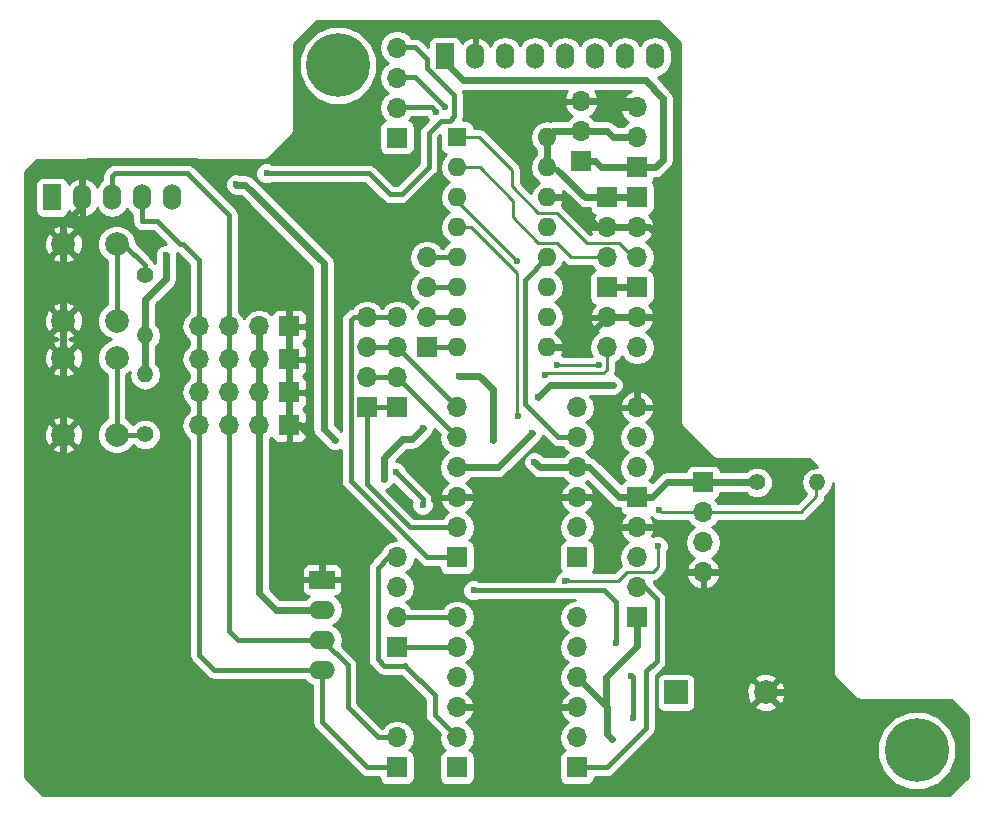
<source format=gtl>
G04 #@! TF.FileFunction,Copper,L1,Top,Signal*
%FSLAX46Y46*%
G04 Gerber Fmt 4.6, Leading zero omitted, Abs format (unit mm)*
G04 Created by KiCad (PCBNEW 4.0.5) date 11/28/17 13:52:21*
%MOMM*%
%LPD*%
G01*
G04 APERTURE LIST*
%ADD10C,0.100000*%
%ADD11C,5.400000*%
%ADD12R,1.700000X1.700000*%
%ADD13O,1.700000X1.700000*%
%ADD14R,1.600000X1.600000*%
%ADD15O,1.600000X1.600000*%
%ADD16R,2.199640X1.524000*%
%ADD17O,2.199640X1.524000*%
%ADD18R,1.524000X2.199640*%
%ADD19O,1.524000X2.199640*%
%ADD20C,2.000000*%
%ADD21R,2.000000X2.000000*%
%ADD22C,1.400000*%
%ADD23O,1.400000X1.400000*%
%ADD24C,0.600000*%
%ADD25C,0.600000*%
%ADD26C,0.400000*%
%ADD27C,0.250000*%
%ADD28C,0.254000*%
G04 APERTURE END LIST*
D10*
D11*
X173540000Y-123000000D03*
D12*
X145135600Y-73152000D03*
D13*
X145135600Y-70612000D03*
X145135600Y-68072000D03*
D14*
X134620000Y-71120000D03*
D15*
X142240000Y-88900000D03*
X134620000Y-73660000D03*
X142240000Y-86360000D03*
X134620000Y-76200000D03*
X142240000Y-83820000D03*
X134620000Y-78740000D03*
X142240000Y-81280000D03*
X134620000Y-81280000D03*
X142240000Y-78740000D03*
X134620000Y-83820000D03*
X142240000Y-76200000D03*
X134620000Y-86360000D03*
X142240000Y-73660000D03*
X134620000Y-88900000D03*
X142240000Y-71120000D03*
D13*
X134620000Y-93980000D03*
X134620000Y-96520000D03*
X134620000Y-99060000D03*
X134620000Y-101600000D03*
X134620000Y-104140000D03*
D12*
X134620000Y-106680000D03*
X144780000Y-106680000D03*
D13*
X144780000Y-104140000D03*
X144780000Y-101600000D03*
X144780000Y-99060000D03*
X144780000Y-96520000D03*
X144780000Y-93980000D03*
X134620000Y-111760000D03*
X134620000Y-114300000D03*
X134620000Y-116840000D03*
X134620000Y-119380000D03*
X134620000Y-121920000D03*
D12*
X134620000Y-124460000D03*
X144780000Y-124460000D03*
D13*
X144780000Y-121920000D03*
X144780000Y-119380000D03*
X144780000Y-116840000D03*
X144780000Y-114300000D03*
X144780000Y-111760000D03*
D12*
X149860000Y-101600000D03*
D13*
X149860000Y-99060000D03*
X149860000Y-96520000D03*
X149860000Y-93980000D03*
D12*
X149860000Y-76200000D03*
D13*
X149860000Y-78740000D03*
X149860000Y-81280000D03*
D12*
X147320000Y-76200000D03*
D13*
X147320000Y-78740000D03*
X147320000Y-81280000D03*
D12*
X149860000Y-83820000D03*
D13*
X149860000Y-86360000D03*
X149860000Y-88900000D03*
D12*
X147320000Y-83820000D03*
D13*
X147320000Y-86360000D03*
X147320000Y-88900000D03*
D12*
X129540000Y-93980000D03*
D13*
X129540000Y-91440000D03*
X129540000Y-88900000D03*
X129540000Y-86360000D03*
D12*
X129540000Y-114300000D03*
D13*
X129540000Y-111760000D03*
X129540000Y-109220000D03*
X129540000Y-106680000D03*
D12*
X127000000Y-93980000D03*
D13*
X127000000Y-91440000D03*
X127000000Y-88900000D03*
X127000000Y-86360000D03*
D12*
X149860000Y-111760000D03*
D13*
X149860000Y-109220000D03*
X149860000Y-106680000D03*
X149860000Y-104140000D03*
D12*
X149860000Y-73660000D03*
D13*
X149860000Y-71120000D03*
X149860000Y-68580000D03*
D12*
X132080000Y-88900000D03*
D13*
X132080000Y-86360000D03*
X132080000Y-83820000D03*
X132080000Y-81280000D03*
D16*
X123190000Y-108585000D03*
D17*
X123190000Y-111125000D03*
X123190000Y-113665000D03*
X123190000Y-116205000D03*
D12*
X129540000Y-124460000D03*
D13*
X129540000Y-121920000D03*
D18*
X100330000Y-76200000D03*
D19*
X102870000Y-76200000D03*
X105410000Y-76200000D03*
X107950000Y-76200000D03*
X110490000Y-76200000D03*
D18*
X133604000Y-64262000D03*
D19*
X136144000Y-64262000D03*
X138684000Y-64262000D03*
X141224000Y-64262000D03*
X143764000Y-64262000D03*
X146304000Y-64262000D03*
X148844000Y-64262000D03*
X151384000Y-64262000D03*
D20*
X101291000Y-89789000D03*
X105791000Y-89789000D03*
X101291000Y-96289000D03*
X105791000Y-96289000D03*
X101291000Y-80137000D03*
X105791000Y-80137000D03*
X101291000Y-86637000D03*
X105791000Y-86637000D03*
D12*
X155448000Y-100330000D03*
D13*
X155448000Y-102870000D03*
X155448000Y-105410000D03*
X155448000Y-107950000D03*
D12*
X120396000Y-87122000D03*
D13*
X117856000Y-87122000D03*
X115316000Y-87122000D03*
X112776000Y-87122000D03*
D12*
X120396000Y-89916000D03*
D13*
X117856000Y-89916000D03*
X115316000Y-89916000D03*
X112776000Y-89916000D03*
D12*
X120396000Y-92710000D03*
D13*
X117856000Y-92710000D03*
X115316000Y-92710000D03*
X112776000Y-92710000D03*
D12*
X120396000Y-95504000D03*
D13*
X117856000Y-95504000D03*
X115316000Y-95504000D03*
X112776000Y-95504000D03*
D12*
X129540000Y-71125080D03*
D13*
X129540000Y-68585080D03*
X129540000Y-66045080D03*
X129540000Y-63505080D03*
D11*
X124540000Y-65000000D03*
D21*
X153162000Y-118110000D03*
D20*
X160762000Y-118110000D03*
D22*
X160020000Y-100330000D03*
D23*
X165100000Y-100330000D03*
D22*
X108204000Y-82804000D03*
D23*
X108204000Y-87884000D03*
D22*
X108204000Y-96266000D03*
D23*
X108204000Y-91186000D03*
D24*
X147828000Y-92075000D03*
X141478000Y-93091000D03*
X140970000Y-96139000D03*
X141152880Y-98602800D03*
X137632440Y-96702880D03*
X134762240Y-91328240D03*
X131749800Y-95707200D03*
X128397000Y-100015040D03*
X124282200Y-96774000D03*
X115925600Y-75102720D03*
X109956600Y-81092040D03*
X147701000Y-122047000D03*
X152665002Y-80645000D03*
X139730480Y-81584800D03*
X143052800Y-90357960D03*
X146639280Y-90388440D03*
X142082520Y-91257120D03*
X139811760Y-94716600D03*
X131699000Y-102235000D03*
X136017000Y-109474000D03*
X148082000Y-113919000D03*
X149352000Y-116713000D03*
X149479000Y-120269000D03*
X133604000Y-68580000D03*
X129413000Y-99441000D03*
X151749760Y-102656640D03*
X151627840Y-105704640D03*
X132842000Y-68961000D03*
X143764000Y-108712000D03*
X118491000Y-74168000D03*
D25*
X151320500Y-67119500D02*
X151320500Y-66992500D01*
X135128000Y-66294000D02*
X133604000Y-64770000D01*
X150622000Y-66294000D02*
X135128000Y-66294000D01*
X151320500Y-66992500D02*
X150622000Y-66294000D01*
X133604000Y-64770000D02*
X133604000Y-64262000D01*
X117856000Y-89916000D02*
X117856000Y-92710000D01*
X117856000Y-95504000D02*
X117856000Y-92710000D01*
X117856000Y-87122000D02*
X117856000Y-95504000D01*
X147828000Y-92075000D02*
X146304000Y-92075000D01*
X146304000Y-92075000D02*
X142494000Y-92075000D01*
X142494000Y-92075000D02*
X141478000Y-93091000D01*
X140970000Y-96139000D02*
X138049000Y-99060000D01*
X138049000Y-99060000D02*
X134620000Y-99060000D01*
X117856000Y-95504000D02*
X117856000Y-109728000D01*
X117856000Y-109728000D02*
X119253000Y-111125000D01*
X119253000Y-111125000D02*
X123190000Y-111125000D01*
X151384000Y-73660000D02*
X149860000Y-73660000D01*
X152019000Y-73025000D02*
X151384000Y-73660000D01*
X152019000Y-67818000D02*
X152019000Y-73025000D01*
X151257000Y-67056000D02*
X151320500Y-67119500D01*
X151320500Y-67119500D02*
X152019000Y-67818000D01*
X145135600Y-73152000D02*
X146304000Y-73152000D01*
X146812000Y-73660000D02*
X149860000Y-73660000D01*
X146304000Y-73152000D02*
X146812000Y-73660000D01*
X155448000Y-100330000D02*
X160020000Y-100330000D01*
X149860000Y-101600000D02*
X151130000Y-101600000D01*
X152400000Y-100330000D02*
X155448000Y-100330000D01*
X151130000Y-101600000D02*
X152400000Y-100330000D01*
X155638500Y-100139500D02*
X155448000Y-100330000D01*
X155448000Y-100330000D02*
X154940000Y-100330000D01*
X108204000Y-87884000D02*
X108204000Y-91186000D01*
X109956600Y-82798920D02*
X109956600Y-83083400D01*
X144780000Y-99060000D02*
X141610080Y-99060000D01*
X141152880Y-98602800D02*
X141610080Y-99060000D01*
X137632440Y-92425520D02*
X137632440Y-96702880D01*
X136514840Y-91307920D02*
X137632440Y-92425520D01*
X134782560Y-91307920D02*
X136514840Y-91307920D01*
X134762240Y-91328240D02*
X134782560Y-91307920D01*
X130794760Y-96662240D02*
X131749800Y-95707200D01*
X129997200Y-96662240D02*
X130794760Y-96662240D01*
X128437640Y-98221800D02*
X129997200Y-96662240D01*
X128437640Y-99974400D02*
X128437640Y-98221800D01*
X128397000Y-100015040D02*
X128437640Y-99974400D01*
X123317000Y-95808800D02*
X124282200Y-96774000D01*
X123317000Y-81762600D02*
X123317000Y-95808800D01*
X116677440Y-75123040D02*
X123317000Y-81762600D01*
X115945920Y-75123040D02*
X116677440Y-75123040D01*
X115925600Y-75102720D02*
X115945920Y-75123040D01*
X109956600Y-82798920D02*
X109956600Y-81092040D01*
X108204000Y-84836000D02*
X108204000Y-87884000D01*
X109956600Y-83083400D02*
X108204000Y-84836000D01*
X147193000Y-119253000D02*
X147193000Y-116840000D01*
X147320000Y-119380000D02*
X147193000Y-119253000D01*
X147193000Y-119253000D02*
X144780000Y-116840000D01*
X147320000Y-121666000D02*
X147320000Y-119380000D01*
X147701000Y-122047000D02*
X147320000Y-121666000D01*
X142240000Y-73660000D02*
X142494000Y-73660000D01*
X143065500Y-73850500D02*
X145415000Y-76200000D01*
X145415000Y-76200000D02*
X147320000Y-76200000D01*
X144780000Y-99060000D02*
X145796000Y-99060000D01*
X148336000Y-101600000D02*
X149860000Y-101600000D01*
X145796000Y-99060000D02*
X148336000Y-101600000D01*
X147193000Y-116840000D02*
X149860000Y-114173000D01*
X149860000Y-114173000D02*
X149860000Y-111760000D01*
X147320000Y-83820000D02*
X149860000Y-83820000D01*
X142240000Y-71120000D02*
X142240000Y-73660000D01*
X145135600Y-70612000D02*
X142748000Y-70612000D01*
X142748000Y-70612000D02*
X142240000Y-71120000D01*
X145135600Y-70612000D02*
X147320000Y-70612000D01*
X147828000Y-71120000D02*
X149860000Y-71120000D01*
X147320000Y-70612000D02*
X147828000Y-71120000D01*
X147320000Y-76200000D02*
X149860000Y-76200000D01*
X120396000Y-87122000D02*
X120396000Y-81280000D01*
X102870000Y-73660000D02*
X102870000Y-76200000D01*
X103378000Y-73152000D02*
X102870000Y-73660000D01*
X112522000Y-73152000D02*
X103378000Y-73152000D01*
X113538000Y-74168000D02*
X112522000Y-73152000D01*
X113538000Y-74422000D02*
X113538000Y-74168000D01*
X120396000Y-81280000D02*
X113538000Y-74422000D01*
X102870000Y-76200000D02*
X102870000Y-76962000D01*
X102870000Y-76962000D02*
X101291000Y-78541000D01*
X101291000Y-78541000D02*
X101291000Y-80137000D01*
X162941000Y-118364000D02*
X162941000Y-118237000D01*
X162941000Y-118237000D02*
X162814000Y-118110000D01*
X162814000Y-118110000D02*
X160762000Y-118110000D01*
X149860000Y-86360000D02*
X151130000Y-86360000D01*
X151130000Y-86360000D02*
X152654000Y-87884000D01*
X152654000Y-87884000D02*
X152654000Y-89281000D01*
X152654000Y-89281000D02*
X149860000Y-92075000D01*
X149860000Y-92075000D02*
X149860000Y-93980000D01*
X152665002Y-80645000D02*
X152781000Y-80645000D01*
X120396000Y-92710000D02*
X120396000Y-95504000D01*
X120396000Y-87122000D02*
X120396000Y-89916000D01*
X101291000Y-80137000D02*
X101291000Y-86637000D01*
X101291000Y-96289000D02*
X101291000Y-89789000D01*
X120396000Y-87122000D02*
X120396000Y-95504000D01*
X152654000Y-87884000D02*
X152654000Y-89281000D01*
X149860000Y-92075000D02*
X149860000Y-93980000D01*
X152654000Y-89281000D02*
X149860000Y-92075000D01*
X142240000Y-88900000D02*
X144780000Y-88900000D01*
X144780000Y-88900000D02*
X147320000Y-86360000D01*
X155448000Y-107950000D02*
X154178000Y-107950000D01*
X151892000Y-104140000D02*
X149860000Y-104140000D01*
X153289000Y-105537000D02*
X151892000Y-104140000D01*
X153289000Y-107061000D02*
X153289000Y-105537000D01*
X154178000Y-107950000D02*
X153289000Y-107061000D01*
X149860000Y-104140000D02*
X148463000Y-104140000D01*
X148463000Y-104140000D02*
X145923000Y-101600000D01*
X145923000Y-101600000D02*
X144780000Y-101600000D01*
X134620000Y-101600000D02*
X144780000Y-101600000D01*
X120396000Y-95504000D02*
X121285000Y-95504000D01*
X121285000Y-95504000D02*
X123190000Y-97409000D01*
X123190000Y-97409000D02*
X123190000Y-108585000D01*
X145135600Y-68072000D02*
X146812000Y-68072000D01*
X145135600Y-68072000D02*
X149352000Y-68072000D01*
X149352000Y-68072000D02*
X149860000Y-68580000D01*
X152781000Y-88011000D02*
X152654000Y-87884000D01*
X152654000Y-87884000D02*
X151130000Y-86360000D01*
X151130000Y-86360000D02*
X147320000Y-86360000D01*
X101291000Y-80137000D02*
X100965000Y-80137000D01*
X149860000Y-78740000D02*
X150876000Y-78740000D01*
X152781000Y-80645000D02*
X152781000Y-88011000D01*
X150876000Y-78740000D02*
X152781000Y-80645000D01*
X142240000Y-76200000D02*
X144018000Y-76200000D01*
X144018000Y-76200000D02*
X146558000Y-78740000D01*
X146558000Y-78740000D02*
X149860000Y-78740000D01*
X162941000Y-118364000D02*
X162941000Y-124079000D01*
X134620000Y-119380000D02*
X136779000Y-119380000D01*
X139192000Y-121793000D02*
X139192000Y-126111000D01*
X136779000Y-119380000D02*
X139192000Y-121793000D01*
X144780000Y-119380000D02*
X143129000Y-119380000D01*
X141986000Y-120523000D02*
X141986000Y-126111000D01*
X143129000Y-119380000D02*
X141986000Y-120523000D01*
X101291000Y-80137000D02*
X101291000Y-103577000D01*
X101291000Y-113483000D02*
X112268000Y-124460000D01*
X112268000Y-124460000D02*
X125349000Y-124460000D01*
X125349000Y-124460000D02*
X127000000Y-126111000D01*
X127000000Y-126111000D02*
X139192000Y-126111000D01*
X101291000Y-103577000D02*
X101291000Y-113483000D01*
X162433000Y-107950000D02*
X155448000Y-107950000D01*
X165735000Y-111252000D02*
X165608000Y-111125000D01*
X165608000Y-111125000D02*
X162433000Y-107950000D01*
X165735000Y-121285000D02*
X165735000Y-111252000D01*
X162941000Y-124079000D02*
X165735000Y-121285000D01*
X160909000Y-126111000D02*
X162941000Y-124079000D01*
X139192000Y-126111000D02*
X141986000Y-126111000D01*
X141986000Y-126111000D02*
X160909000Y-126111000D01*
D26*
X102743000Y-76073000D02*
X102743000Y-76200000D01*
D27*
X149860000Y-81280000D02*
X149519640Y-81280000D01*
X149519640Y-81280000D02*
X148295360Y-80055720D01*
X148295360Y-80055720D02*
X145587720Y-80055720D01*
X145587720Y-80055720D02*
X143057880Y-77525880D01*
X143057880Y-77525880D02*
X141513560Y-77525880D01*
X141513560Y-77525880D02*
X139252960Y-75265280D01*
X139252960Y-75265280D02*
X139252960Y-73863200D01*
X139252960Y-73863200D02*
X136509760Y-71120000D01*
X136509760Y-71120000D02*
X134620000Y-71120000D01*
X147320000Y-81280000D02*
X144312640Y-81280000D01*
X136530080Y-73660000D02*
X134620000Y-73660000D01*
X139334240Y-76464160D02*
X136530080Y-73660000D01*
X139334240Y-77866240D02*
X139334240Y-76464160D01*
X141488160Y-80020160D02*
X139334240Y-77866240D01*
X143052800Y-80020160D02*
X141488160Y-80020160D01*
X144312640Y-81280000D02*
X143052800Y-80020160D01*
X134620000Y-76200000D02*
X134620000Y-76474320D01*
X134620000Y-76474320D02*
X139730480Y-81584800D01*
X143052800Y-90357960D02*
X143083280Y-90388440D01*
X143083280Y-90388440D02*
X146639280Y-90388440D01*
X134620000Y-78740000D02*
X135839200Y-78740000D01*
X147320000Y-90774520D02*
X147320000Y-88900000D01*
X146989800Y-91104720D02*
X147320000Y-90774520D01*
X142234920Y-91104720D02*
X146989800Y-91104720D01*
X142082520Y-91257120D02*
X142234920Y-91104720D01*
X139674600Y-94579440D02*
X139811760Y-94716600D01*
X139674600Y-82575400D02*
X139674600Y-94579440D01*
X135839200Y-78740000D02*
X139674600Y-82575400D01*
D26*
X111379000Y-80137000D02*
X111125000Y-80137000D01*
X112776000Y-87122000D02*
X112776000Y-81534000D01*
X111379000Y-80137000D02*
X112776000Y-81534000D01*
X107950000Y-78232000D02*
X107950000Y-76200000D01*
X109220000Y-78232000D02*
X107950000Y-78232000D01*
X111125000Y-80137000D02*
X109220000Y-78232000D01*
D25*
X107823000Y-76073000D02*
X107823000Y-76835000D01*
D26*
X112776000Y-92710000D02*
X112776000Y-95504000D01*
X112776000Y-89916000D02*
X112776000Y-92710000D01*
X112776000Y-87122000D02*
X112776000Y-95504000D01*
X123190000Y-116205000D02*
X123190000Y-120650000D01*
X127000000Y-124460000D02*
X129540000Y-124460000D01*
X123190000Y-120650000D02*
X127000000Y-124460000D01*
X112776000Y-95504000D02*
X112776000Y-114935000D01*
X114046000Y-116205000D02*
X123190000Y-116205000D01*
X112776000Y-114935000D02*
X114046000Y-116205000D01*
X115316000Y-87122000D02*
X115316000Y-77724000D01*
X105410000Y-74422000D02*
X105410000Y-76200000D01*
X105664000Y-74168000D02*
X105410000Y-74422000D01*
X111760000Y-74168000D02*
X105664000Y-74168000D01*
X115316000Y-77724000D02*
X111760000Y-74168000D01*
X115316000Y-89916000D02*
X115316000Y-87122000D01*
X115316000Y-92710000D02*
X115316000Y-89916000D01*
X115316000Y-87122000D02*
X115316000Y-95504000D01*
X129540000Y-121920000D02*
X127889000Y-121920000D01*
X125349000Y-115824000D02*
X123190000Y-113665000D01*
X125349000Y-119380000D02*
X125349000Y-115824000D01*
X127889000Y-121920000D02*
X125349000Y-119380000D01*
X115316000Y-95504000D02*
X115316000Y-112903000D01*
X115316000Y-112903000D02*
X116078000Y-113665000D01*
X116078000Y-113665000D02*
X123190000Y-113665000D01*
X105283000Y-76073000D02*
X105537000Y-76073000D01*
X134620000Y-104140000D02*
X130637280Y-104140000D01*
X127000000Y-100502720D02*
X127000000Y-93980000D01*
X130637280Y-104140000D02*
X127000000Y-100502720D01*
X127000000Y-93980000D02*
X129540000Y-93980000D01*
X129540000Y-91440000D02*
X134620000Y-96520000D01*
X127000000Y-91440000D02*
X129540000Y-91440000D01*
X129540000Y-88900000D02*
X134620000Y-93980000D01*
X127000000Y-88900000D02*
X129540000Y-88900000D01*
X127000000Y-86360000D02*
X125857000Y-86360000D01*
X132080000Y-106680000D02*
X134620000Y-106680000D01*
X125603000Y-100203000D02*
X132080000Y-106680000D01*
X125603000Y-86614000D02*
X125603000Y-100203000D01*
X125857000Y-86360000D02*
X125603000Y-86614000D01*
X127000000Y-86360000D02*
X126746000Y-86360000D01*
X127000000Y-86360000D02*
X129540000Y-86360000D01*
X144780000Y-124460000D02*
X147320000Y-124460000D01*
X151511000Y-110236000D02*
X150495000Y-109220000D01*
X151511000Y-115443000D02*
X151511000Y-110236000D01*
X150622000Y-116332000D02*
X151511000Y-115443000D01*
X150622000Y-121158000D02*
X150622000Y-116332000D01*
X147320000Y-124460000D02*
X150622000Y-121158000D01*
X150495000Y-109220000D02*
X149860000Y-109220000D01*
X129540000Y-114300000D02*
X134620000Y-114300000D01*
X134620000Y-111760000D02*
X129540000Y-111760000D01*
X130238500Y-115887500D02*
X128460500Y-115887500D01*
X127889000Y-107569000D02*
X128778000Y-106680000D01*
X127889000Y-115316000D02*
X127889000Y-107569000D01*
X128460500Y-115887500D02*
X127889000Y-115316000D01*
X128778000Y-106680000D02*
X129540000Y-106680000D01*
X134620000Y-121920000D02*
X132715000Y-120015000D01*
X132715000Y-118364000D02*
X130238500Y-115887500D01*
X130238500Y-115887500D02*
X130175000Y-115824000D01*
X132715000Y-120015000D02*
X132715000Y-118364000D01*
X144780000Y-96520000D02*
X143129000Y-96520000D01*
X140335000Y-83185000D02*
X142240000Y-81280000D01*
X140335000Y-93726000D02*
X140335000Y-83185000D01*
X143129000Y-96520000D02*
X140335000Y-93726000D01*
X132080000Y-88900000D02*
X134620000Y-88900000D01*
X132080000Y-86360000D02*
X134620000Y-86360000D01*
X132080000Y-83820000D02*
X134620000Y-83820000D01*
X132080000Y-81280000D02*
X134620000Y-81280000D01*
X129413000Y-99441000D02*
X131699000Y-101727000D01*
X131699000Y-101727000D02*
X131699000Y-102235000D01*
X136017000Y-109474000D02*
X143891000Y-109474000D01*
X143891000Y-109474000D02*
X147066000Y-109474000D01*
X147066000Y-109474000D02*
X148082000Y-110490000D01*
X148082000Y-110490000D02*
X148082000Y-113919000D01*
X149352000Y-116713000D02*
X149479000Y-116840000D01*
X149479000Y-116840000D02*
X149479000Y-120269000D01*
X131064000Y-66040000D02*
X129540000Y-66040000D01*
X131064000Y-66040000D02*
X133604000Y-68580000D01*
D27*
X165053000Y-100139500D02*
X165053000Y-101520000D01*
X163703000Y-102870000D02*
X155448000Y-102870000D01*
X165053000Y-101520000D02*
X163703000Y-102870000D01*
X143764000Y-108712000D02*
X148254720Y-108712000D01*
X151963120Y-102870000D02*
X155448000Y-102870000D01*
X151749760Y-102656640D02*
X151963120Y-102870000D01*
X151627840Y-107492800D02*
X151627840Y-105704640D01*
X151180800Y-107939840D02*
X151627840Y-107492800D01*
X149026880Y-107939840D02*
X151180800Y-107939840D01*
X148254720Y-108712000D02*
X149026880Y-107939840D01*
D26*
X132461000Y-68580000D02*
X132842000Y-68961000D01*
X132461000Y-68580000D02*
X129540000Y-68580000D01*
X143764000Y-108712000D02*
X143891000Y-108585000D01*
X105791000Y-96289000D02*
X108181000Y-96289000D01*
X108181000Y-96289000D02*
X108204000Y-96266000D01*
X105791000Y-96289000D02*
X105791000Y-89789000D01*
X108204000Y-82804000D02*
X108204000Y-81962000D01*
X108204000Y-81962000D02*
X106379000Y-80137000D01*
X134366000Y-68707000D02*
X134366000Y-69342000D01*
X131064000Y-63500000D02*
X132080000Y-64516000D01*
X132080000Y-64516000D02*
X132080000Y-65278000D01*
X132080000Y-65278000D02*
X134366000Y-67564000D01*
X134366000Y-67564000D02*
X134366000Y-68707000D01*
X127127000Y-74168000D02*
X118491000Y-74168000D01*
X128905000Y-75946000D02*
X127127000Y-74168000D01*
X129921000Y-75946000D02*
X128905000Y-75946000D01*
X131064000Y-63500000D02*
X129540000Y-63500000D01*
X132207000Y-73660000D02*
X129921000Y-75946000D01*
X132207000Y-70739000D02*
X132207000Y-73660000D01*
X133223000Y-69723000D02*
X132207000Y-70739000D01*
X133985000Y-69723000D02*
X133223000Y-69723000D01*
X134366000Y-69342000D02*
X133985000Y-69723000D01*
X129540000Y-63500000D02*
X130302000Y-63500000D01*
X105791000Y-86637000D02*
X105791000Y-80137000D01*
X105791000Y-80137000D02*
X106379000Y-80137000D01*
D28*
G36*
X153531500Y-63159092D02*
X153531500Y-95186500D01*
X153585546Y-95458205D01*
X153739454Y-95688546D01*
X156152454Y-98101546D01*
X156382795Y-98255454D01*
X156654500Y-98309500D01*
X164424908Y-98309500D01*
X165110408Y-98995000D01*
X165073846Y-98995000D01*
X164562964Y-99096621D01*
X164129858Y-99386012D01*
X163840467Y-99819118D01*
X163738846Y-100330000D01*
X163840467Y-100840882D01*
X164129858Y-101273988D01*
X164186418Y-101311780D01*
X163388198Y-102110000D01*
X156720954Y-102110000D01*
X156527147Y-101819946D01*
X156485548Y-101792150D01*
X156533317Y-101783162D01*
X156749441Y-101644090D01*
X156894431Y-101431890D01*
X156928227Y-101265000D01*
X159067040Y-101265000D01*
X159262796Y-101461098D01*
X159753287Y-101664768D01*
X160284383Y-101665231D01*
X160775229Y-101462418D01*
X161151098Y-101087204D01*
X161354768Y-100596713D01*
X161355231Y-100065617D01*
X161152418Y-99574771D01*
X160777204Y-99198902D01*
X160286713Y-98995232D01*
X159755617Y-98994769D01*
X159264771Y-99197582D01*
X159067008Y-99395000D01*
X156929446Y-99395000D01*
X156901162Y-99244683D01*
X156762090Y-99028559D01*
X156549890Y-98883569D01*
X156298000Y-98832560D01*
X154598000Y-98832560D01*
X154362683Y-98876838D01*
X154146559Y-99015910D01*
X154001569Y-99228110D01*
X153967773Y-99395000D01*
X152400000Y-99395000D01*
X152042191Y-99466173D01*
X151738855Y-99668855D01*
X151135511Y-100272199D01*
X150961890Y-100153569D01*
X150894459Y-100139914D01*
X150939147Y-100110054D01*
X151261054Y-99628285D01*
X151374093Y-99060000D01*
X151261054Y-98491715D01*
X150939147Y-98009946D01*
X150609974Y-97790000D01*
X150939147Y-97570054D01*
X151261054Y-97088285D01*
X151374093Y-96520000D01*
X151261054Y-95951715D01*
X150939147Y-95469946D01*
X150598447Y-95242298D01*
X150741358Y-95175183D01*
X151131645Y-94746924D01*
X151301476Y-94336890D01*
X151180155Y-94107000D01*
X149987000Y-94107000D01*
X149987000Y-94127000D01*
X149733000Y-94127000D01*
X149733000Y-94107000D01*
X148539845Y-94107000D01*
X148418524Y-94336890D01*
X148588355Y-94746924D01*
X148978642Y-95175183D01*
X149121553Y-95242298D01*
X148780853Y-95469946D01*
X148458946Y-95951715D01*
X148345907Y-96520000D01*
X148458946Y-97088285D01*
X148780853Y-97570054D01*
X149110026Y-97790000D01*
X148780853Y-98009946D01*
X148458946Y-98491715D01*
X148345907Y-99060000D01*
X148458946Y-99628285D01*
X148780853Y-100110054D01*
X148822452Y-100137850D01*
X148774683Y-100146838D01*
X148558559Y-100285910D01*
X148471547Y-100413257D01*
X146457145Y-98398855D01*
X146153809Y-98196173D01*
X145957487Y-98157122D01*
X145859147Y-98009946D01*
X145529974Y-97790000D01*
X145859147Y-97570054D01*
X146181054Y-97088285D01*
X146294093Y-96520000D01*
X146181054Y-95951715D01*
X145859147Y-95469946D01*
X145529974Y-95250000D01*
X145859147Y-95030054D01*
X146181054Y-94548285D01*
X146294093Y-93980000D01*
X146223104Y-93623110D01*
X148418524Y-93623110D01*
X148539845Y-93853000D01*
X149733000Y-93853000D01*
X149733000Y-92659181D01*
X149987000Y-92659181D01*
X149987000Y-93853000D01*
X151180155Y-93853000D01*
X151301476Y-93623110D01*
X151131645Y-93213076D01*
X150741358Y-92784817D01*
X150216892Y-92538514D01*
X149987000Y-92659181D01*
X149733000Y-92659181D01*
X149503108Y-92538514D01*
X148978642Y-92784817D01*
X148588355Y-93213076D01*
X148418524Y-93623110D01*
X146223104Y-93623110D01*
X146181054Y-93411715D01*
X145912637Y-93010000D01*
X147827184Y-93010000D01*
X148013167Y-93010162D01*
X148356943Y-92868117D01*
X148620192Y-92605327D01*
X148762838Y-92261799D01*
X148763162Y-91889833D01*
X148621117Y-91546057D01*
X148358327Y-91282808D01*
X148014799Y-91140162D01*
X147972192Y-91140125D01*
X148022148Y-91065360D01*
X148080000Y-90774520D01*
X148080000Y-90163301D01*
X148399147Y-89950054D01*
X148590000Y-89664422D01*
X148780853Y-89950054D01*
X149262622Y-90271961D01*
X149830907Y-90385000D01*
X149889093Y-90385000D01*
X150457378Y-90271961D01*
X150939147Y-89950054D01*
X151261054Y-89468285D01*
X151374093Y-88900000D01*
X151261054Y-88331715D01*
X150939147Y-87849946D01*
X150598447Y-87622298D01*
X150741358Y-87555183D01*
X151131645Y-87126924D01*
X151301476Y-86716890D01*
X151180155Y-86487000D01*
X149987000Y-86487000D01*
X149987000Y-86507000D01*
X149733000Y-86507000D01*
X149733000Y-86487000D01*
X147447000Y-86487000D01*
X147447000Y-86507000D01*
X147193000Y-86507000D01*
X147193000Y-86487000D01*
X145999845Y-86487000D01*
X145878524Y-86716890D01*
X146048355Y-87126924D01*
X146438642Y-87555183D01*
X146581553Y-87622298D01*
X146240853Y-87849946D01*
X145918946Y-88331715D01*
X145805907Y-88900000D01*
X145918946Y-89468285D01*
X146025958Y-89628440D01*
X143645690Y-89628440D01*
X143583127Y-89565768D01*
X143512813Y-89536571D01*
X143631904Y-89249039D01*
X143509915Y-89027000D01*
X142367000Y-89027000D01*
X142367000Y-89047000D01*
X142113000Y-89047000D01*
X142113000Y-89027000D01*
X142093000Y-89027000D01*
X142093000Y-88773000D01*
X142113000Y-88773000D01*
X142113000Y-88753000D01*
X142367000Y-88753000D01*
X142367000Y-88773000D01*
X143509915Y-88773000D01*
X143631904Y-88550961D01*
X143471041Y-88162577D01*
X143095134Y-87747611D01*
X142878297Y-87644986D01*
X143282811Y-87374698D01*
X143593880Y-86909151D01*
X143703113Y-86360000D01*
X143593880Y-85810849D01*
X143282811Y-85345302D01*
X142900725Y-85090000D01*
X143282811Y-84834698D01*
X143593880Y-84369151D01*
X143703113Y-83820000D01*
X143593880Y-83270849D01*
X143282811Y-82805302D01*
X142900725Y-82550000D01*
X143282811Y-82294698D01*
X143593880Y-81829151D01*
X143625919Y-81668081D01*
X143775239Y-81817401D01*
X144021801Y-81982148D01*
X144312640Y-82040000D01*
X146047046Y-82040000D01*
X146240853Y-82330054D01*
X146282452Y-82357850D01*
X146234683Y-82366838D01*
X146018559Y-82505910D01*
X145873569Y-82718110D01*
X145822560Y-82970000D01*
X145822560Y-84670000D01*
X145866838Y-84905317D01*
X146005910Y-85121441D01*
X146218110Y-85266431D01*
X146326107Y-85288301D01*
X146048355Y-85593076D01*
X145878524Y-86003110D01*
X145999845Y-86233000D01*
X147193000Y-86233000D01*
X147193000Y-86213000D01*
X147447000Y-86213000D01*
X147447000Y-86233000D01*
X149733000Y-86233000D01*
X149733000Y-86213000D01*
X149987000Y-86213000D01*
X149987000Y-86233000D01*
X151180155Y-86233000D01*
X151301476Y-86003110D01*
X151131645Y-85593076D01*
X150855499Y-85290063D01*
X150945317Y-85273162D01*
X151161441Y-85134090D01*
X151306431Y-84921890D01*
X151357440Y-84670000D01*
X151357440Y-82970000D01*
X151313162Y-82734683D01*
X151174090Y-82518559D01*
X150961890Y-82373569D01*
X150894459Y-82359914D01*
X150939147Y-82330054D01*
X151261054Y-81848285D01*
X151374093Y-81280000D01*
X151261054Y-80711715D01*
X150939147Y-80229946D01*
X150598447Y-80002298D01*
X150741358Y-79935183D01*
X151131645Y-79506924D01*
X151301476Y-79096890D01*
X151180155Y-78867000D01*
X149987000Y-78867000D01*
X149987000Y-78887000D01*
X149733000Y-78887000D01*
X149733000Y-78867000D01*
X147447000Y-78867000D01*
X147447000Y-78887000D01*
X147193000Y-78887000D01*
X147193000Y-78867000D01*
X145999845Y-78867000D01*
X145878524Y-79096890D01*
X145960877Y-79295720D01*
X145902522Y-79295720D01*
X143595281Y-76988479D01*
X143481408Y-76912392D01*
X143631904Y-76549039D01*
X143509915Y-76327000D01*
X142367000Y-76327000D01*
X142367000Y-76347000D01*
X142113000Y-76347000D01*
X142113000Y-76327000D01*
X142093000Y-76327000D01*
X142093000Y-76073000D01*
X142113000Y-76073000D01*
X142113000Y-76053000D01*
X142367000Y-76053000D01*
X142367000Y-76073000D01*
X143509915Y-76073000D01*
X143631904Y-75850961D01*
X143552882Y-75660172D01*
X144753855Y-76861145D01*
X145057191Y-77063827D01*
X145415000Y-77135000D01*
X145838554Y-77135000D01*
X145866838Y-77285317D01*
X146005910Y-77501441D01*
X146218110Y-77646431D01*
X146326107Y-77668301D01*
X146048355Y-77973076D01*
X145878524Y-78383110D01*
X145999845Y-78613000D01*
X147193000Y-78613000D01*
X147193000Y-78593000D01*
X147447000Y-78593000D01*
X147447000Y-78613000D01*
X149733000Y-78613000D01*
X149733000Y-78593000D01*
X149987000Y-78593000D01*
X149987000Y-78613000D01*
X151180155Y-78613000D01*
X151301476Y-78383110D01*
X151131645Y-77973076D01*
X150855499Y-77670063D01*
X150945317Y-77653162D01*
X151161441Y-77514090D01*
X151306431Y-77301890D01*
X151357440Y-77050000D01*
X151357440Y-75350000D01*
X151313162Y-75114683D01*
X151192985Y-74927923D01*
X151306431Y-74761890D01*
X151340227Y-74595000D01*
X151384000Y-74595000D01*
X151741809Y-74523827D01*
X152045145Y-74321145D01*
X152680145Y-73686145D01*
X152794303Y-73515295D01*
X152882827Y-73382809D01*
X152954000Y-73025000D01*
X152954000Y-67818000D01*
X152882827Y-67460191D01*
X152680145Y-67156855D01*
X152190869Y-66667579D01*
X152184327Y-66634691D01*
X151981645Y-66331355D01*
X151631806Y-65981516D01*
X151918609Y-65924467D01*
X152371828Y-65621635D01*
X152674660Y-65168416D01*
X152781000Y-64633807D01*
X152781000Y-63890193D01*
X152674660Y-63355584D01*
X152371828Y-62902365D01*
X151918609Y-62599533D01*
X151384000Y-62493193D01*
X150849391Y-62599533D01*
X150396172Y-62902365D01*
X150114000Y-63324664D01*
X149831828Y-62902365D01*
X149378609Y-62599533D01*
X148844000Y-62493193D01*
X148309391Y-62599533D01*
X147856172Y-62902365D01*
X147574000Y-63324664D01*
X147291828Y-62902365D01*
X146838609Y-62599533D01*
X146304000Y-62493193D01*
X145769391Y-62599533D01*
X145316172Y-62902365D01*
X145034000Y-63324664D01*
X144751828Y-62902365D01*
X144298609Y-62599533D01*
X143764000Y-62493193D01*
X143229391Y-62599533D01*
X142776172Y-62902365D01*
X142494000Y-63324664D01*
X142211828Y-62902365D01*
X141758609Y-62599533D01*
X141224000Y-62493193D01*
X140689391Y-62599533D01*
X140236172Y-62902365D01*
X139954000Y-63324664D01*
X139671828Y-62902365D01*
X139218609Y-62599533D01*
X138684000Y-62493193D01*
X138149391Y-62599533D01*
X137696172Y-62902365D01*
X137405353Y-63337606D01*
X137386059Y-63272239D01*
X137042026Y-62846550D01*
X136561277Y-62584920D01*
X136487070Y-62569960D01*
X136271000Y-62692460D01*
X136271000Y-64135000D01*
X136291000Y-64135000D01*
X136291000Y-64389000D01*
X136271000Y-64389000D01*
X136271000Y-64409000D01*
X136017000Y-64409000D01*
X136017000Y-64389000D01*
X135997000Y-64389000D01*
X135997000Y-64135000D01*
X136017000Y-64135000D01*
X136017000Y-62692460D01*
X135800930Y-62569960D01*
X135726723Y-62584920D01*
X135245974Y-62846550D01*
X135009181Y-63139546D01*
X134969162Y-62926863D01*
X134830090Y-62710739D01*
X134617890Y-62565749D01*
X134366000Y-62514740D01*
X132842000Y-62514740D01*
X132606683Y-62559018D01*
X132390559Y-62698090D01*
X132245569Y-62910290D01*
X132194560Y-63162180D01*
X132194560Y-63449692D01*
X131654434Y-62909566D01*
X131560124Y-62846550D01*
X131383541Y-62728561D01*
X131064000Y-62665000D01*
X130759447Y-62665000D01*
X130619147Y-62455026D01*
X130137378Y-62133119D01*
X129569093Y-62020080D01*
X129510907Y-62020080D01*
X128942622Y-62133119D01*
X128460853Y-62455026D01*
X128138946Y-62936795D01*
X128025907Y-63505080D01*
X128138946Y-64073365D01*
X128460853Y-64555134D01*
X128790026Y-64775080D01*
X128460853Y-64995026D01*
X128138946Y-65476795D01*
X128025907Y-66045080D01*
X128138946Y-66613365D01*
X128460853Y-67095134D01*
X128790026Y-67315080D01*
X128460853Y-67535026D01*
X128138946Y-68016795D01*
X128025907Y-68585080D01*
X128138946Y-69153365D01*
X128460853Y-69635134D01*
X128502452Y-69662930D01*
X128454683Y-69671918D01*
X128238559Y-69810990D01*
X128093569Y-70023190D01*
X128042560Y-70275080D01*
X128042560Y-71975080D01*
X128086838Y-72210397D01*
X128225910Y-72426521D01*
X128438110Y-72571511D01*
X128690000Y-72622520D01*
X130390000Y-72622520D01*
X130625317Y-72578242D01*
X130841441Y-72439170D01*
X130986431Y-72226970D01*
X131037440Y-71975080D01*
X131037440Y-70275080D01*
X130993162Y-70039763D01*
X130854090Y-69823639D01*
X130641890Y-69678649D01*
X130574459Y-69664994D01*
X130619147Y-69635134D01*
X130766235Y-69415000D01*
X132017917Y-69415000D01*
X132048883Y-69489943D01*
X132161937Y-69603195D01*
X131616566Y-70148566D01*
X131435561Y-70419459D01*
X131372000Y-70739000D01*
X131372000Y-73314132D01*
X129575132Y-75111000D01*
X129250868Y-75111000D01*
X127717434Y-73577566D01*
X127624239Y-73515295D01*
X127446541Y-73396561D01*
X127127000Y-73333000D01*
X118918234Y-73333000D01*
X118677799Y-73233162D01*
X118305833Y-73232838D01*
X117962057Y-73374883D01*
X117698808Y-73637673D01*
X117556162Y-73981201D01*
X117555838Y-74353167D01*
X117697883Y-74696943D01*
X117960673Y-74960192D01*
X118304201Y-75102838D01*
X118676167Y-75103162D01*
X118918578Y-75003000D01*
X126781132Y-75003000D01*
X128314566Y-76536434D01*
X128585460Y-76717440D01*
X128905000Y-76781000D01*
X129921000Y-76781000D01*
X130240541Y-76717439D01*
X130511434Y-76536434D01*
X132797434Y-74250434D01*
X132805145Y-74238893D01*
X132978439Y-73979541D01*
X133042000Y-73660000D01*
X133042000Y-71084868D01*
X133172560Y-70954308D01*
X133172560Y-71920000D01*
X133216838Y-72155317D01*
X133355910Y-72371441D01*
X133568110Y-72516431D01*
X133723089Y-72547815D01*
X133577189Y-72645302D01*
X133266120Y-73110849D01*
X133156887Y-73660000D01*
X133266120Y-74209151D01*
X133577189Y-74674698D01*
X133959275Y-74930000D01*
X133577189Y-75185302D01*
X133266120Y-75650849D01*
X133156887Y-76200000D01*
X133266120Y-76749151D01*
X133577189Y-77214698D01*
X133959275Y-77470000D01*
X133577189Y-77725302D01*
X133266120Y-78190849D01*
X133156887Y-78740000D01*
X133266120Y-79289151D01*
X133577189Y-79754698D01*
X133959275Y-80010000D01*
X133577189Y-80265302D01*
X133457118Y-80445000D01*
X133302841Y-80445000D01*
X133159147Y-80229946D01*
X132677378Y-79908039D01*
X132109093Y-79795000D01*
X132050907Y-79795000D01*
X131482622Y-79908039D01*
X131000853Y-80229946D01*
X130678946Y-80711715D01*
X130565907Y-81280000D01*
X130678946Y-81848285D01*
X131000853Y-82330054D01*
X131330026Y-82550000D01*
X131000853Y-82769946D01*
X130678946Y-83251715D01*
X130565907Y-83820000D01*
X130678946Y-84388285D01*
X131000853Y-84870054D01*
X131330026Y-85090000D01*
X131000853Y-85309946D01*
X130810000Y-85595578D01*
X130619147Y-85309946D01*
X130137378Y-84988039D01*
X129569093Y-84875000D01*
X129510907Y-84875000D01*
X128942622Y-84988039D01*
X128460853Y-85309946D01*
X128317159Y-85525000D01*
X128222841Y-85525000D01*
X128079147Y-85309946D01*
X127597378Y-84988039D01*
X127029093Y-84875000D01*
X126970907Y-84875000D01*
X126402622Y-84988039D01*
X125920853Y-85309946D01*
X125764921Y-85543316D01*
X125537459Y-85588561D01*
X125339331Y-85720946D01*
X125266566Y-85769566D01*
X125012566Y-86023566D01*
X124831561Y-86294459D01*
X124768000Y-86614000D01*
X124768000Y-95937510D01*
X124252000Y-95421510D01*
X124252000Y-81762600D01*
X124180827Y-81404791D01*
X123978145Y-81101455D01*
X117338585Y-74461895D01*
X117035249Y-74259213D01*
X116677440Y-74188040D01*
X116160945Y-74188040D01*
X116112399Y-74167882D01*
X115740433Y-74167558D01*
X115396657Y-74309603D01*
X115133408Y-74572393D01*
X114990762Y-74915921D01*
X114990438Y-75287887D01*
X115132483Y-75631663D01*
X115395273Y-75894912D01*
X115541138Y-75955481D01*
X115588111Y-75986867D01*
X115643034Y-75997792D01*
X115738801Y-76037558D01*
X115843409Y-76037649D01*
X115945920Y-76058040D01*
X116290150Y-76058040D01*
X122382000Y-82149890D01*
X122382000Y-95808800D01*
X122453173Y-96166609D01*
X122655855Y-96469945D01*
X123620764Y-97434854D01*
X123751873Y-97566192D01*
X124095401Y-97708838D01*
X124467367Y-97709162D01*
X124768000Y-97584943D01*
X124768000Y-100203000D01*
X124831561Y-100522541D01*
X124983544Y-100750000D01*
X125012566Y-100793434D01*
X129430188Y-105211056D01*
X128942622Y-105308039D01*
X128460853Y-105629946D01*
X128138946Y-106111715D01*
X128132373Y-106144759D01*
X127298566Y-106978566D01*
X127117561Y-107249459D01*
X127054000Y-107569000D01*
X127054000Y-115316000D01*
X127117561Y-115635541D01*
X127279567Y-115878000D01*
X127298566Y-115906434D01*
X127870066Y-116477934D01*
X128140959Y-116658939D01*
X128460500Y-116722500D01*
X129892632Y-116722500D01*
X131880000Y-118709868D01*
X131880000Y-120015000D01*
X131943561Y-120334541D01*
X132086216Y-120548039D01*
X132124566Y-120605434D01*
X133161193Y-121642061D01*
X133105907Y-121920000D01*
X133218946Y-122488285D01*
X133540853Y-122970054D01*
X133582452Y-122997850D01*
X133534683Y-123006838D01*
X133318559Y-123145910D01*
X133173569Y-123358110D01*
X133122560Y-123610000D01*
X133122560Y-125310000D01*
X133166838Y-125545317D01*
X133305910Y-125761441D01*
X133518110Y-125906431D01*
X133770000Y-125957440D01*
X135470000Y-125957440D01*
X135705317Y-125913162D01*
X135921441Y-125774090D01*
X136066431Y-125561890D01*
X136117440Y-125310000D01*
X136117440Y-123610000D01*
X136073162Y-123374683D01*
X135934090Y-123158559D01*
X135721890Y-123013569D01*
X135654459Y-122999914D01*
X135699147Y-122970054D01*
X136021054Y-122488285D01*
X136134093Y-121920000D01*
X136021054Y-121351715D01*
X135699147Y-120869946D01*
X135358447Y-120642298D01*
X135501358Y-120575183D01*
X135891645Y-120146924D01*
X136061476Y-119736890D01*
X135940155Y-119507000D01*
X134747000Y-119507000D01*
X134747000Y-119527000D01*
X134493000Y-119527000D01*
X134493000Y-119507000D01*
X134473000Y-119507000D01*
X134473000Y-119253000D01*
X134493000Y-119253000D01*
X134493000Y-119233000D01*
X134747000Y-119233000D01*
X134747000Y-119253000D01*
X135940155Y-119253000D01*
X136061476Y-119023110D01*
X135891645Y-118613076D01*
X135501358Y-118184817D01*
X135358447Y-118117702D01*
X135699147Y-117890054D01*
X136021054Y-117408285D01*
X136134093Y-116840000D01*
X136021054Y-116271715D01*
X135699147Y-115789946D01*
X135369974Y-115570000D01*
X135699147Y-115350054D01*
X136021054Y-114868285D01*
X136134093Y-114300000D01*
X136021054Y-113731715D01*
X135699147Y-113249946D01*
X135369974Y-113030000D01*
X135699147Y-112810054D01*
X136021054Y-112328285D01*
X136134093Y-111760000D01*
X136021054Y-111191715D01*
X135699147Y-110709946D01*
X135217378Y-110388039D01*
X134649093Y-110275000D01*
X134590907Y-110275000D01*
X134022622Y-110388039D01*
X133540853Y-110709946D01*
X133397159Y-110925000D01*
X130762841Y-110925000D01*
X130619147Y-110709946D01*
X130289974Y-110490000D01*
X130619147Y-110270054D01*
X130941054Y-109788285D01*
X130966737Y-109659167D01*
X135081838Y-109659167D01*
X135223883Y-110002943D01*
X135486673Y-110266192D01*
X135830201Y-110408838D01*
X136202167Y-110409162D01*
X136444578Y-110309000D01*
X144579978Y-110309000D01*
X144182622Y-110388039D01*
X143700853Y-110709946D01*
X143378946Y-111191715D01*
X143265907Y-111760000D01*
X143378946Y-112328285D01*
X143700853Y-112810054D01*
X144030026Y-113030000D01*
X143700853Y-113249946D01*
X143378946Y-113731715D01*
X143265907Y-114300000D01*
X143378946Y-114868285D01*
X143700853Y-115350054D01*
X144030026Y-115570000D01*
X143700853Y-115789946D01*
X143378946Y-116271715D01*
X143265907Y-116840000D01*
X143378946Y-117408285D01*
X143700853Y-117890054D01*
X144041553Y-118117702D01*
X143898642Y-118184817D01*
X143508355Y-118613076D01*
X143338524Y-119023110D01*
X143459845Y-119253000D01*
X144653000Y-119253000D01*
X144653000Y-119233000D01*
X144907000Y-119233000D01*
X144907000Y-119253000D01*
X144927000Y-119253000D01*
X144927000Y-119507000D01*
X144907000Y-119507000D01*
X144907000Y-119527000D01*
X144653000Y-119527000D01*
X144653000Y-119507000D01*
X143459845Y-119507000D01*
X143338524Y-119736890D01*
X143508355Y-120146924D01*
X143898642Y-120575183D01*
X144041553Y-120642298D01*
X143700853Y-120869946D01*
X143378946Y-121351715D01*
X143265907Y-121920000D01*
X143378946Y-122488285D01*
X143700853Y-122970054D01*
X143742452Y-122997850D01*
X143694683Y-123006838D01*
X143478559Y-123145910D01*
X143333569Y-123358110D01*
X143282560Y-123610000D01*
X143282560Y-125310000D01*
X143326838Y-125545317D01*
X143465910Y-125761441D01*
X143678110Y-125906431D01*
X143930000Y-125957440D01*
X145630000Y-125957440D01*
X145865317Y-125913162D01*
X146081441Y-125774090D01*
X146226431Y-125561890D01*
X146277440Y-125310000D01*
X146277440Y-125295000D01*
X147320000Y-125295000D01*
X147639541Y-125231439D01*
X147910434Y-125050434D01*
X149300406Y-123660462D01*
X170204422Y-123660462D01*
X170711076Y-124886658D01*
X171648407Y-125825627D01*
X172873717Y-126334420D01*
X174200462Y-126335578D01*
X175426658Y-125828924D01*
X176365627Y-124891593D01*
X176874420Y-123666283D01*
X176875578Y-122339538D01*
X176368924Y-121113342D01*
X175431593Y-120174373D01*
X174206283Y-119665580D01*
X172879538Y-119664422D01*
X171653342Y-120171076D01*
X170714373Y-121108407D01*
X170205580Y-122333717D01*
X170204422Y-123660462D01*
X149300406Y-123660462D01*
X151212434Y-121748434D01*
X151252019Y-121689191D01*
X151393439Y-121477541D01*
X151457000Y-121158000D01*
X151457000Y-117110000D01*
X151514560Y-117110000D01*
X151514560Y-119110000D01*
X151558838Y-119345317D01*
X151697910Y-119561441D01*
X151910110Y-119706431D01*
X152162000Y-119757440D01*
X154162000Y-119757440D01*
X154397317Y-119713162D01*
X154613441Y-119574090D01*
X154758431Y-119361890D01*
X154778551Y-119262532D01*
X159789073Y-119262532D01*
X159887736Y-119529387D01*
X160497461Y-119755908D01*
X161147460Y-119731856D01*
X161636264Y-119529387D01*
X161734927Y-119262532D01*
X160762000Y-118289605D01*
X159789073Y-119262532D01*
X154778551Y-119262532D01*
X154809440Y-119110000D01*
X154809440Y-117845461D01*
X159116092Y-117845461D01*
X159140144Y-118495460D01*
X159342613Y-118984264D01*
X159609468Y-119082927D01*
X160582395Y-118110000D01*
X160941605Y-118110000D01*
X161914532Y-119082927D01*
X162181387Y-118984264D01*
X162407908Y-118374539D01*
X162383856Y-117724540D01*
X162181387Y-117235736D01*
X161914532Y-117137073D01*
X160941605Y-118110000D01*
X160582395Y-118110000D01*
X159609468Y-117137073D01*
X159342613Y-117235736D01*
X159116092Y-117845461D01*
X154809440Y-117845461D01*
X154809440Y-117110000D01*
X154780740Y-116957468D01*
X159789073Y-116957468D01*
X160762000Y-117930395D01*
X161734927Y-116957468D01*
X161636264Y-116690613D01*
X161026539Y-116464092D01*
X160376540Y-116488144D01*
X159887736Y-116690613D01*
X159789073Y-116957468D01*
X154780740Y-116957468D01*
X154765162Y-116874683D01*
X154626090Y-116658559D01*
X154413890Y-116513569D01*
X154162000Y-116462560D01*
X152162000Y-116462560D01*
X151926683Y-116506838D01*
X151710559Y-116645910D01*
X151565569Y-116858110D01*
X151514560Y-117110000D01*
X151457000Y-117110000D01*
X151457000Y-116677868D01*
X152101434Y-116033434D01*
X152120433Y-116005000D01*
X152282439Y-115762541D01*
X152346000Y-115443000D01*
X152346000Y-110236000D01*
X152282439Y-109916459D01*
X152101434Y-109645566D01*
X151299161Y-108843293D01*
X151267208Y-108682652D01*
X151471639Y-108641988D01*
X151718201Y-108477241D01*
X151888552Y-108306890D01*
X154006524Y-108306890D01*
X154176355Y-108716924D01*
X154566642Y-109145183D01*
X155091108Y-109391486D01*
X155321000Y-109270819D01*
X155321000Y-108077000D01*
X155575000Y-108077000D01*
X155575000Y-109270819D01*
X155804892Y-109391486D01*
X156329358Y-109145183D01*
X156719645Y-108716924D01*
X156889476Y-108306890D01*
X156768155Y-108077000D01*
X155575000Y-108077000D01*
X155321000Y-108077000D01*
X154127845Y-108077000D01*
X154006524Y-108306890D01*
X151888552Y-108306890D01*
X152165241Y-108030201D01*
X152329988Y-107783639D01*
X152387840Y-107492800D01*
X152387840Y-106267103D01*
X152420032Y-106234967D01*
X152562678Y-105891439D01*
X152563002Y-105519473D01*
X152420957Y-105175697D01*
X152158167Y-104912448D01*
X151814639Y-104769802D01*
X151442673Y-104769478D01*
X151136108Y-104896148D01*
X151301476Y-104496890D01*
X151180155Y-104267000D01*
X149987000Y-104267000D01*
X149987000Y-104287000D01*
X149733000Y-104287000D01*
X149733000Y-104267000D01*
X148539845Y-104267000D01*
X148418524Y-104496890D01*
X148588355Y-104906924D01*
X148978642Y-105335183D01*
X149121553Y-105402298D01*
X148780853Y-105629946D01*
X148458946Y-106111715D01*
X148345907Y-106680000D01*
X148458946Y-107248285D01*
X148539580Y-107368963D01*
X148489479Y-107402439D01*
X147939918Y-107952000D01*
X146110200Y-107952000D01*
X146226431Y-107781890D01*
X146277440Y-107530000D01*
X146277440Y-105830000D01*
X146233162Y-105594683D01*
X146094090Y-105378559D01*
X145881890Y-105233569D01*
X145814459Y-105219914D01*
X145859147Y-105190054D01*
X146181054Y-104708285D01*
X146294093Y-104140000D01*
X146181054Y-103571715D01*
X145859147Y-103089946D01*
X145518447Y-102862298D01*
X145661358Y-102795183D01*
X146051645Y-102366924D01*
X146221476Y-101956890D01*
X146100155Y-101727000D01*
X144907000Y-101727000D01*
X144907000Y-101747000D01*
X144653000Y-101747000D01*
X144653000Y-101727000D01*
X143459845Y-101727000D01*
X143338524Y-101956890D01*
X143508355Y-102366924D01*
X143898642Y-102795183D01*
X144041553Y-102862298D01*
X143700853Y-103089946D01*
X143378946Y-103571715D01*
X143265907Y-104140000D01*
X143378946Y-104708285D01*
X143700853Y-105190054D01*
X143742452Y-105217850D01*
X143694683Y-105226838D01*
X143478559Y-105365910D01*
X143333569Y-105578110D01*
X143282560Y-105830000D01*
X143282560Y-107530000D01*
X143326838Y-107765317D01*
X143385623Y-107856671D01*
X143235057Y-107918883D01*
X142971808Y-108181673D01*
X142829162Y-108525201D01*
X142829063Y-108639000D01*
X136444234Y-108639000D01*
X136203799Y-108539162D01*
X135831833Y-108538838D01*
X135488057Y-108680883D01*
X135224808Y-108943673D01*
X135082162Y-109287201D01*
X135081838Y-109659167D01*
X130966737Y-109659167D01*
X131054093Y-109220000D01*
X130941054Y-108651715D01*
X130619147Y-108169946D01*
X130289974Y-107950000D01*
X130619147Y-107730054D01*
X130941054Y-107248285D01*
X131028383Y-106809251D01*
X131489566Y-107270434D01*
X131760459Y-107451439D01*
X132080000Y-107515000D01*
X133122560Y-107515000D01*
X133122560Y-107530000D01*
X133166838Y-107765317D01*
X133305910Y-107981441D01*
X133518110Y-108126431D01*
X133770000Y-108177440D01*
X135470000Y-108177440D01*
X135705317Y-108133162D01*
X135921441Y-107994090D01*
X136066431Y-107781890D01*
X136117440Y-107530000D01*
X136117440Y-105830000D01*
X136073162Y-105594683D01*
X135934090Y-105378559D01*
X135721890Y-105233569D01*
X135654459Y-105219914D01*
X135699147Y-105190054D01*
X136021054Y-104708285D01*
X136134093Y-104140000D01*
X136021054Y-103571715D01*
X135699147Y-103089946D01*
X135358447Y-102862298D01*
X135501358Y-102795183D01*
X135891645Y-102366924D01*
X136061476Y-101956890D01*
X135940155Y-101727000D01*
X134747000Y-101727000D01*
X134747000Y-101747000D01*
X134493000Y-101747000D01*
X134493000Y-101727000D01*
X133299845Y-101727000D01*
X133178524Y-101956890D01*
X133348355Y-102366924D01*
X133738642Y-102795183D01*
X133881553Y-102862298D01*
X133540853Y-103089946D01*
X133397159Y-103305000D01*
X130983148Y-103305000D01*
X128614847Y-100936699D01*
X128925943Y-100808157D01*
X129189192Y-100545367D01*
X129232413Y-100441281D01*
X130786218Y-101995086D01*
X130764162Y-102048201D01*
X130763838Y-102420167D01*
X130905883Y-102763943D01*
X131168673Y-103027192D01*
X131512201Y-103169838D01*
X131884167Y-103170162D01*
X132227943Y-103028117D01*
X132491192Y-102765327D01*
X132633838Y-102421799D01*
X132634162Y-102049833D01*
X132534000Y-101807422D01*
X132534000Y-101727000D01*
X132470439Y-101407459D01*
X132289434Y-101136566D01*
X130305535Y-99152667D01*
X130206117Y-98912057D01*
X129943327Y-98648808D01*
X129599799Y-98506162D01*
X129475676Y-98506054D01*
X130384490Y-97597240D01*
X130794760Y-97597240D01*
X131152569Y-97526067D01*
X131455905Y-97323385D01*
X132410654Y-96368636D01*
X132541992Y-96237527D01*
X132684638Y-95893999D01*
X132684750Y-95765618D01*
X133161193Y-96242061D01*
X133105907Y-96520000D01*
X133218946Y-97088285D01*
X133540853Y-97570054D01*
X133870026Y-97790000D01*
X133540853Y-98009946D01*
X133218946Y-98491715D01*
X133105907Y-99060000D01*
X133218946Y-99628285D01*
X133540853Y-100110054D01*
X133881553Y-100337702D01*
X133738642Y-100404817D01*
X133348355Y-100833076D01*
X133178524Y-101243110D01*
X133299845Y-101473000D01*
X134493000Y-101473000D01*
X134493000Y-101453000D01*
X134747000Y-101453000D01*
X134747000Y-101473000D01*
X135940155Y-101473000D01*
X136061476Y-101243110D01*
X135891645Y-100833076D01*
X135501358Y-100404817D01*
X135358447Y-100337702D01*
X135699147Y-100110054D01*
X135776023Y-99995000D01*
X138049000Y-99995000D01*
X138406809Y-99923827D01*
X138710145Y-99721145D01*
X141630854Y-96800436D01*
X141762192Y-96669327D01*
X141860561Y-96432429D01*
X142538566Y-97110434D01*
X142809460Y-97291440D01*
X143129000Y-97355000D01*
X143557159Y-97355000D01*
X143700853Y-97570054D01*
X144030026Y-97790000D01*
X143700853Y-98009946D01*
X143623977Y-98125000D01*
X141997370Y-98125000D01*
X141814316Y-97941946D01*
X141683207Y-97810608D01*
X141339679Y-97667962D01*
X140967713Y-97667638D01*
X140623937Y-97809683D01*
X140360688Y-98072473D01*
X140218042Y-98416001D01*
X140217718Y-98787967D01*
X140359763Y-99131743D01*
X140622553Y-99394992D01*
X140622945Y-99395155D01*
X140948935Y-99721145D01*
X141252271Y-99923827D01*
X141610080Y-99995000D01*
X143623977Y-99995000D01*
X143700853Y-100110054D01*
X144041553Y-100337702D01*
X143898642Y-100404817D01*
X143508355Y-100833076D01*
X143338524Y-101243110D01*
X143459845Y-101473000D01*
X144653000Y-101473000D01*
X144653000Y-101453000D01*
X144907000Y-101453000D01*
X144907000Y-101473000D01*
X146100155Y-101473000D01*
X146221476Y-101243110D01*
X146051645Y-100833076D01*
X145661358Y-100404817D01*
X145518447Y-100337702D01*
X145658099Y-100244389D01*
X147674855Y-102261145D01*
X147978191Y-102463827D01*
X148336000Y-102535000D01*
X148378554Y-102535000D01*
X148406838Y-102685317D01*
X148545910Y-102901441D01*
X148758110Y-103046431D01*
X148866107Y-103068301D01*
X148588355Y-103373076D01*
X148418524Y-103783110D01*
X148539845Y-104013000D01*
X149733000Y-104013000D01*
X149733000Y-103993000D01*
X149987000Y-103993000D01*
X149987000Y-104013000D01*
X151180155Y-104013000D01*
X151301476Y-103783110D01*
X151131645Y-103373076D01*
X151004111Y-103233134D01*
X151219433Y-103448832D01*
X151562961Y-103591478D01*
X151770367Y-103591659D01*
X151963120Y-103630000D01*
X154175046Y-103630000D01*
X154368853Y-103920054D01*
X154698026Y-104140000D01*
X154368853Y-104359946D01*
X154046946Y-104841715D01*
X153933907Y-105410000D01*
X154046946Y-105978285D01*
X154368853Y-106460054D01*
X154709553Y-106687702D01*
X154566642Y-106754817D01*
X154176355Y-107183076D01*
X154006524Y-107593110D01*
X154127845Y-107823000D01*
X155321000Y-107823000D01*
X155321000Y-107803000D01*
X155575000Y-107803000D01*
X155575000Y-107823000D01*
X156768155Y-107823000D01*
X156889476Y-107593110D01*
X156719645Y-107183076D01*
X156329358Y-106754817D01*
X156186447Y-106687702D01*
X156527147Y-106460054D01*
X156849054Y-105978285D01*
X156962093Y-105410000D01*
X156849054Y-104841715D01*
X156527147Y-104359946D01*
X156197974Y-104140000D01*
X156527147Y-103920054D01*
X156720954Y-103630000D01*
X163703000Y-103630000D01*
X163993839Y-103572148D01*
X164240401Y-103407401D01*
X165590401Y-102057401D01*
X165755148Y-101810840D01*
X165813000Y-101520000D01*
X165813000Y-101445804D01*
X166070142Y-101273988D01*
X166359533Y-100840882D01*
X166458542Y-100343134D01*
X166485500Y-100370092D01*
X166485500Y-116459000D01*
X166539546Y-116730705D01*
X166693454Y-116961046D01*
X168280954Y-118548546D01*
X168511295Y-118702454D01*
X168783000Y-118756500D01*
X176426408Y-118756500D01*
X177852000Y-120182092D01*
X177852000Y-125245408D01*
X176299408Y-126798000D01*
X99608092Y-126798000D01*
X98055500Y-125245408D01*
X98055500Y-97441532D01*
X100318073Y-97441532D01*
X100416736Y-97708387D01*
X101026461Y-97934908D01*
X101676460Y-97910856D01*
X102165264Y-97708387D01*
X102263927Y-97441532D01*
X101291000Y-96468605D01*
X100318073Y-97441532D01*
X98055500Y-97441532D01*
X98055500Y-96024461D01*
X99645092Y-96024461D01*
X99669144Y-96674460D01*
X99871613Y-97163264D01*
X100138468Y-97261927D01*
X101111395Y-96289000D01*
X101470605Y-96289000D01*
X102443532Y-97261927D01*
X102710387Y-97163264D01*
X102936908Y-96553539D01*
X102912856Y-95903540D01*
X102710387Y-95414736D01*
X102443532Y-95316073D01*
X101470605Y-96289000D01*
X101111395Y-96289000D01*
X100138468Y-95316073D01*
X99871613Y-95414736D01*
X99645092Y-96024461D01*
X98055500Y-96024461D01*
X98055500Y-95136468D01*
X100318073Y-95136468D01*
X101291000Y-96109395D01*
X102263927Y-95136468D01*
X102165264Y-94869613D01*
X101555539Y-94643092D01*
X100905540Y-94667144D01*
X100416736Y-94869613D01*
X100318073Y-95136468D01*
X98055500Y-95136468D01*
X98055500Y-90941532D01*
X100318073Y-90941532D01*
X100416736Y-91208387D01*
X101026461Y-91434908D01*
X101676460Y-91410856D01*
X102165264Y-91208387D01*
X102263927Y-90941532D01*
X101291000Y-89968605D01*
X100318073Y-90941532D01*
X98055500Y-90941532D01*
X98055500Y-89524461D01*
X99645092Y-89524461D01*
X99669144Y-90174460D01*
X99871613Y-90663264D01*
X100138468Y-90761927D01*
X101111395Y-89789000D01*
X101470605Y-89789000D01*
X102443532Y-90761927D01*
X102710387Y-90663264D01*
X102936908Y-90053539D01*
X102912856Y-89403540D01*
X102710387Y-88914736D01*
X102443532Y-88816073D01*
X101470605Y-89789000D01*
X101111395Y-89789000D01*
X100138468Y-88816073D01*
X99871613Y-88914736D01*
X99645092Y-89524461D01*
X98055500Y-89524461D01*
X98055500Y-87789532D01*
X100318073Y-87789532D01*
X100416736Y-88056387D01*
X100815381Y-88204489D01*
X100416736Y-88369613D01*
X100318073Y-88636468D01*
X101291000Y-89609395D01*
X102263927Y-88636468D01*
X102165264Y-88369613D01*
X101766619Y-88221511D01*
X102165264Y-88056387D01*
X102263927Y-87789532D01*
X101291000Y-86816605D01*
X100318073Y-87789532D01*
X98055500Y-87789532D01*
X98055500Y-86372461D01*
X99645092Y-86372461D01*
X99669144Y-87022460D01*
X99871613Y-87511264D01*
X100138468Y-87609927D01*
X101111395Y-86637000D01*
X101470605Y-86637000D01*
X102443532Y-87609927D01*
X102710387Y-87511264D01*
X102936908Y-86901539D01*
X102912856Y-86251540D01*
X102710387Y-85762736D01*
X102443532Y-85664073D01*
X101470605Y-86637000D01*
X101111395Y-86637000D01*
X100138468Y-85664073D01*
X99871613Y-85762736D01*
X99645092Y-86372461D01*
X98055500Y-86372461D01*
X98055500Y-85484468D01*
X100318073Y-85484468D01*
X101291000Y-86457395D01*
X102263927Y-85484468D01*
X102165264Y-85217613D01*
X101555539Y-84991092D01*
X100905540Y-85015144D01*
X100416736Y-85217613D01*
X100318073Y-85484468D01*
X98055500Y-85484468D01*
X98055500Y-81289532D01*
X100318073Y-81289532D01*
X100416736Y-81556387D01*
X101026461Y-81782908D01*
X101676460Y-81758856D01*
X102165264Y-81556387D01*
X102263927Y-81289532D01*
X101291000Y-80316605D01*
X100318073Y-81289532D01*
X98055500Y-81289532D01*
X98055500Y-79872461D01*
X99645092Y-79872461D01*
X99669144Y-80522460D01*
X99871613Y-81011264D01*
X100138468Y-81109927D01*
X101111395Y-80137000D01*
X101470605Y-80137000D01*
X102443532Y-81109927D01*
X102710387Y-81011264D01*
X102936908Y-80401539D01*
X102912856Y-79751540D01*
X102710387Y-79262736D01*
X102443532Y-79164073D01*
X101470605Y-80137000D01*
X101111395Y-80137000D01*
X100138468Y-79164073D01*
X99871613Y-79262736D01*
X99645092Y-79872461D01*
X98055500Y-79872461D01*
X98055500Y-78984468D01*
X100318073Y-78984468D01*
X101291000Y-79957395D01*
X102263927Y-78984468D01*
X102165264Y-78717613D01*
X101555539Y-78491092D01*
X100905540Y-78515144D01*
X100416736Y-78717613D01*
X100318073Y-78984468D01*
X98055500Y-78984468D01*
X98055500Y-75100180D01*
X98920560Y-75100180D01*
X98920560Y-77299820D01*
X98964838Y-77535137D01*
X99103910Y-77751261D01*
X99316110Y-77896251D01*
X99568000Y-77947260D01*
X101092000Y-77947260D01*
X101327317Y-77902982D01*
X101543441Y-77763910D01*
X101688431Y-77551710D01*
X101734921Y-77322133D01*
X101971974Y-77615450D01*
X102452723Y-77877080D01*
X102526930Y-77892040D01*
X102743000Y-77769540D01*
X102743000Y-76327000D01*
X102723000Y-76327000D01*
X102723000Y-76073000D01*
X102743000Y-76073000D01*
X102743000Y-74630460D01*
X102997000Y-74630460D01*
X102997000Y-76073000D01*
X103017000Y-76073000D01*
X103017000Y-76327000D01*
X102997000Y-76327000D01*
X102997000Y-77769540D01*
X103213070Y-77892040D01*
X103287277Y-77877080D01*
X103768026Y-77615450D01*
X104112059Y-77189761D01*
X104131353Y-77124394D01*
X104422172Y-77559635D01*
X104875391Y-77862467D01*
X105410000Y-77968807D01*
X105944609Y-77862467D01*
X106397828Y-77559635D01*
X106680000Y-77137336D01*
X106962172Y-77559635D01*
X107115000Y-77661752D01*
X107115000Y-78232000D01*
X107178561Y-78551541D01*
X107359566Y-78822434D01*
X107630459Y-79003439D01*
X107950000Y-79067000D01*
X108874132Y-79067000D01*
X109964178Y-80157046D01*
X109771433Y-80156878D01*
X109427657Y-80298923D01*
X109164408Y-80561713D01*
X109021762Y-80905241D01*
X109021438Y-81277207D01*
X109021600Y-81277599D01*
X109021600Y-81733403D01*
X108986545Y-81698287D01*
X108975440Y-81642460D01*
X108794434Y-81371566D01*
X107426118Y-80003250D01*
X107426284Y-79813205D01*
X107177894Y-79212057D01*
X106718363Y-78751722D01*
X106117648Y-78502284D01*
X105467205Y-78501716D01*
X104866057Y-78750106D01*
X104405722Y-79209637D01*
X104156284Y-79810352D01*
X104155716Y-80460795D01*
X104404106Y-81061943D01*
X104863637Y-81522278D01*
X104956000Y-81560630D01*
X104956000Y-85212942D01*
X104866057Y-85250106D01*
X104405722Y-85709637D01*
X104156284Y-86310352D01*
X104155716Y-86960795D01*
X104404106Y-87561943D01*
X104863637Y-88022278D01*
X105323337Y-88213161D01*
X104866057Y-88402106D01*
X104405722Y-88861637D01*
X104156284Y-89462352D01*
X104155716Y-90112795D01*
X104404106Y-90713943D01*
X104863637Y-91174278D01*
X104956000Y-91212630D01*
X104956000Y-94864942D01*
X104866057Y-94902106D01*
X104405722Y-95361637D01*
X104156284Y-95962352D01*
X104155716Y-96612795D01*
X104404106Y-97213943D01*
X104863637Y-97674278D01*
X105464352Y-97923716D01*
X106114795Y-97924284D01*
X106715943Y-97675894D01*
X107176278Y-97216363D01*
X107202746Y-97152622D01*
X107446796Y-97397098D01*
X107937287Y-97600768D01*
X108468383Y-97601231D01*
X108959229Y-97398418D01*
X109335098Y-97023204D01*
X109538768Y-96532713D01*
X109539231Y-96001617D01*
X109336418Y-95510771D01*
X108961204Y-95134902D01*
X108470713Y-94931232D01*
X107939617Y-94930769D01*
X107448771Y-95133582D01*
X107189575Y-95392327D01*
X107177894Y-95364057D01*
X106718363Y-94903722D01*
X106626000Y-94865370D01*
X106626000Y-91213058D01*
X106715943Y-91175894D01*
X106902939Y-90989225D01*
X106869000Y-91159846D01*
X106869000Y-91212154D01*
X106970621Y-91723036D01*
X107260012Y-92156142D01*
X107693118Y-92445533D01*
X108204000Y-92547154D01*
X108714882Y-92445533D01*
X109147988Y-92156142D01*
X109437379Y-91723036D01*
X109539000Y-91212154D01*
X109539000Y-91159846D01*
X109437379Y-90648964D01*
X109147988Y-90215858D01*
X109139000Y-90209852D01*
X109139000Y-88860148D01*
X109147988Y-88854142D01*
X109437379Y-88421036D01*
X109539000Y-87910154D01*
X109539000Y-87857846D01*
X109437379Y-87346964D01*
X109147988Y-86913858D01*
X109139000Y-86907852D01*
X109139000Y-85223290D01*
X110617745Y-83744545D01*
X110820427Y-83441209D01*
X110891600Y-83083400D01*
X110891600Y-81092856D01*
X110891746Y-80925603D01*
X111010321Y-80949189D01*
X111941000Y-81879868D01*
X111941000Y-85899159D01*
X111725946Y-86042853D01*
X111404039Y-86524622D01*
X111291000Y-87092907D01*
X111291000Y-87151093D01*
X111404039Y-87719378D01*
X111725946Y-88201147D01*
X111941000Y-88344841D01*
X111941000Y-88693159D01*
X111725946Y-88836853D01*
X111404039Y-89318622D01*
X111291000Y-89886907D01*
X111291000Y-89945093D01*
X111404039Y-90513378D01*
X111725946Y-90995147D01*
X111941000Y-91138841D01*
X111941000Y-91487159D01*
X111725946Y-91630853D01*
X111404039Y-92112622D01*
X111291000Y-92680907D01*
X111291000Y-92739093D01*
X111404039Y-93307378D01*
X111725946Y-93789147D01*
X111941000Y-93932841D01*
X111941000Y-94281159D01*
X111725946Y-94424853D01*
X111404039Y-94906622D01*
X111291000Y-95474907D01*
X111291000Y-95533093D01*
X111404039Y-96101378D01*
X111725946Y-96583147D01*
X111941000Y-96726841D01*
X111941000Y-114935000D01*
X112004561Y-115254541D01*
X112147216Y-115468039D01*
X112185566Y-115525434D01*
X113455566Y-116795434D01*
X113726459Y-116976439D01*
X114046000Y-117040000D01*
X121728248Y-117040000D01*
X121830365Y-117192828D01*
X122283584Y-117495660D01*
X122355000Y-117509865D01*
X122355000Y-120650000D01*
X122418561Y-120969541D01*
X122575113Y-121203838D01*
X122599566Y-121240434D01*
X126409566Y-125050434D01*
X126680460Y-125231440D01*
X127000000Y-125295000D01*
X128042560Y-125295000D01*
X128042560Y-125310000D01*
X128086838Y-125545317D01*
X128225910Y-125761441D01*
X128438110Y-125906431D01*
X128690000Y-125957440D01*
X130390000Y-125957440D01*
X130625317Y-125913162D01*
X130841441Y-125774090D01*
X130986431Y-125561890D01*
X131037440Y-125310000D01*
X131037440Y-123610000D01*
X130993162Y-123374683D01*
X130854090Y-123158559D01*
X130641890Y-123013569D01*
X130574459Y-122999914D01*
X130619147Y-122970054D01*
X130941054Y-122488285D01*
X131054093Y-121920000D01*
X130941054Y-121351715D01*
X130619147Y-120869946D01*
X130137378Y-120548039D01*
X129569093Y-120435000D01*
X129510907Y-120435000D01*
X128942622Y-120548039D01*
X128460853Y-120869946D01*
X128317159Y-121085000D01*
X128234868Y-121085000D01*
X126184000Y-119034132D01*
X126184000Y-115824000D01*
X126120439Y-115504459D01*
X125939434Y-115233566D01*
X124861262Y-114155394D01*
X124958807Y-113665000D01*
X124852467Y-113130391D01*
X124549635Y-112677172D01*
X124127336Y-112395000D01*
X124549635Y-112112828D01*
X124852467Y-111659609D01*
X124958807Y-111125000D01*
X124852467Y-110590391D01*
X124549635Y-110137172D01*
X124317404Y-109982000D01*
X124416130Y-109982000D01*
X124649519Y-109885327D01*
X124828147Y-109706698D01*
X124924820Y-109473309D01*
X124924820Y-108870750D01*
X124766070Y-108712000D01*
X123317000Y-108712000D01*
X123317000Y-108732000D01*
X123063000Y-108732000D01*
X123063000Y-108712000D01*
X121613930Y-108712000D01*
X121455180Y-108870750D01*
X121455180Y-109473309D01*
X121551853Y-109706698D01*
X121730481Y-109885327D01*
X121963870Y-109982000D01*
X122062596Y-109982000D01*
X121830365Y-110137172D01*
X121795066Y-110190000D01*
X119640290Y-110190000D01*
X118791000Y-109340710D01*
X118791000Y-107696691D01*
X121455180Y-107696691D01*
X121455180Y-108299250D01*
X121613930Y-108458000D01*
X123063000Y-108458000D01*
X123063000Y-107346750D01*
X123317000Y-107346750D01*
X123317000Y-108458000D01*
X124766070Y-108458000D01*
X124924820Y-108299250D01*
X124924820Y-107696691D01*
X124828147Y-107463302D01*
X124649519Y-107284673D01*
X124416130Y-107188000D01*
X123475750Y-107188000D01*
X123317000Y-107346750D01*
X123063000Y-107346750D01*
X122904250Y-107188000D01*
X121963870Y-107188000D01*
X121730481Y-107284673D01*
X121551853Y-107463302D01*
X121455180Y-107696691D01*
X118791000Y-107696691D01*
X118791000Y-96660023D01*
X118906054Y-96583147D01*
X118935403Y-96539223D01*
X119007673Y-96713698D01*
X119186301Y-96892327D01*
X119419690Y-96989000D01*
X120110250Y-96989000D01*
X120269000Y-96830250D01*
X120269000Y-95631000D01*
X120523000Y-95631000D01*
X120523000Y-96830250D01*
X120681750Y-96989000D01*
X121372310Y-96989000D01*
X121605699Y-96892327D01*
X121784327Y-96713698D01*
X121881000Y-96480309D01*
X121881000Y-95789750D01*
X121722250Y-95631000D01*
X120523000Y-95631000D01*
X120269000Y-95631000D01*
X120249000Y-95631000D01*
X120249000Y-95377000D01*
X120269000Y-95377000D01*
X120269000Y-94177750D01*
X120198250Y-94107000D01*
X120269000Y-94036250D01*
X120269000Y-92837000D01*
X120523000Y-92837000D01*
X120523000Y-94036250D01*
X120593750Y-94107000D01*
X120523000Y-94177750D01*
X120523000Y-95377000D01*
X121722250Y-95377000D01*
X121881000Y-95218250D01*
X121881000Y-94527691D01*
X121784327Y-94294302D01*
X121605699Y-94115673D01*
X121584761Y-94107000D01*
X121605699Y-94098327D01*
X121784327Y-93919698D01*
X121881000Y-93686309D01*
X121881000Y-92995750D01*
X121722250Y-92837000D01*
X120523000Y-92837000D01*
X120269000Y-92837000D01*
X120249000Y-92837000D01*
X120249000Y-92583000D01*
X120269000Y-92583000D01*
X120269000Y-91383750D01*
X120198250Y-91313000D01*
X120269000Y-91242250D01*
X120269000Y-90043000D01*
X120523000Y-90043000D01*
X120523000Y-91242250D01*
X120593750Y-91313000D01*
X120523000Y-91383750D01*
X120523000Y-92583000D01*
X121722250Y-92583000D01*
X121881000Y-92424250D01*
X121881000Y-91733691D01*
X121784327Y-91500302D01*
X121605699Y-91321673D01*
X121584761Y-91313000D01*
X121605699Y-91304327D01*
X121784327Y-91125698D01*
X121881000Y-90892309D01*
X121881000Y-90201750D01*
X121722250Y-90043000D01*
X120523000Y-90043000D01*
X120269000Y-90043000D01*
X120249000Y-90043000D01*
X120249000Y-89789000D01*
X120269000Y-89789000D01*
X120269000Y-88589750D01*
X120198250Y-88519000D01*
X120269000Y-88448250D01*
X120269000Y-87249000D01*
X120523000Y-87249000D01*
X120523000Y-88448250D01*
X120593750Y-88519000D01*
X120523000Y-88589750D01*
X120523000Y-89789000D01*
X121722250Y-89789000D01*
X121881000Y-89630250D01*
X121881000Y-88939691D01*
X121784327Y-88706302D01*
X121605699Y-88527673D01*
X121584761Y-88519000D01*
X121605699Y-88510327D01*
X121784327Y-88331698D01*
X121881000Y-88098309D01*
X121881000Y-87407750D01*
X121722250Y-87249000D01*
X120523000Y-87249000D01*
X120269000Y-87249000D01*
X120249000Y-87249000D01*
X120249000Y-86995000D01*
X120269000Y-86995000D01*
X120269000Y-85795750D01*
X120523000Y-85795750D01*
X120523000Y-86995000D01*
X121722250Y-86995000D01*
X121881000Y-86836250D01*
X121881000Y-86145691D01*
X121784327Y-85912302D01*
X121605699Y-85733673D01*
X121372310Y-85637000D01*
X120681750Y-85637000D01*
X120523000Y-85795750D01*
X120269000Y-85795750D01*
X120110250Y-85637000D01*
X119419690Y-85637000D01*
X119186301Y-85733673D01*
X119007673Y-85912302D01*
X118935403Y-86086777D01*
X118906054Y-86042853D01*
X118424285Y-85720946D01*
X117856000Y-85607907D01*
X117287715Y-85720946D01*
X116805946Y-86042853D01*
X116586000Y-86372026D01*
X116366054Y-86042853D01*
X116151000Y-85899159D01*
X116151000Y-77724000D01*
X116087439Y-77404459D01*
X115906434Y-77133566D01*
X112350434Y-73577566D01*
X112257239Y-73515295D01*
X112079541Y-73396561D01*
X111760000Y-73333000D01*
X105664000Y-73333000D01*
X105344459Y-73396561D01*
X105166761Y-73515295D01*
X105073566Y-73577566D01*
X104819566Y-73831566D01*
X104638561Y-74102459D01*
X104575000Y-74422000D01*
X104575000Y-74738248D01*
X104422172Y-74840365D01*
X104131353Y-75275606D01*
X104112059Y-75210239D01*
X103768026Y-74784550D01*
X103287277Y-74522920D01*
X103213070Y-74507960D01*
X102997000Y-74630460D01*
X102743000Y-74630460D01*
X102526930Y-74507960D01*
X102452723Y-74522920D01*
X101971974Y-74784550D01*
X101735181Y-75077546D01*
X101695162Y-74864863D01*
X101556090Y-74648739D01*
X101343890Y-74503749D01*
X101092000Y-74452740D01*
X99568000Y-74452740D01*
X99332683Y-74497018D01*
X99116559Y-74636090D01*
X98971569Y-74848290D01*
X98920560Y-75100180D01*
X98055500Y-75100180D01*
X98055500Y-74081092D01*
X99100092Y-73036500D01*
X118237000Y-73036500D01*
X118508705Y-72982454D01*
X118739046Y-72828546D01*
X120580546Y-70987046D01*
X120734454Y-70756705D01*
X120788500Y-70485000D01*
X120788500Y-65660462D01*
X121204422Y-65660462D01*
X121711076Y-66886658D01*
X122648407Y-67825627D01*
X123873717Y-68334420D01*
X125200462Y-68335578D01*
X126426658Y-67828924D01*
X127365627Y-66891593D01*
X127874420Y-65666283D01*
X127875578Y-64339538D01*
X127368924Y-63113342D01*
X126431593Y-62174373D01*
X125206283Y-61665580D01*
X123879538Y-61664422D01*
X122653342Y-62171076D01*
X121714373Y-63108407D01*
X121205580Y-64333717D01*
X121204422Y-65660462D01*
X120788500Y-65660462D01*
X120788500Y-63222592D01*
X122785592Y-61225500D01*
X151597908Y-61225500D01*
X153531500Y-63159092D01*
X153531500Y-63159092D01*
G37*
X153531500Y-63159092D02*
X153531500Y-95186500D01*
X153585546Y-95458205D01*
X153739454Y-95688546D01*
X156152454Y-98101546D01*
X156382795Y-98255454D01*
X156654500Y-98309500D01*
X164424908Y-98309500D01*
X165110408Y-98995000D01*
X165073846Y-98995000D01*
X164562964Y-99096621D01*
X164129858Y-99386012D01*
X163840467Y-99819118D01*
X163738846Y-100330000D01*
X163840467Y-100840882D01*
X164129858Y-101273988D01*
X164186418Y-101311780D01*
X163388198Y-102110000D01*
X156720954Y-102110000D01*
X156527147Y-101819946D01*
X156485548Y-101792150D01*
X156533317Y-101783162D01*
X156749441Y-101644090D01*
X156894431Y-101431890D01*
X156928227Y-101265000D01*
X159067040Y-101265000D01*
X159262796Y-101461098D01*
X159753287Y-101664768D01*
X160284383Y-101665231D01*
X160775229Y-101462418D01*
X161151098Y-101087204D01*
X161354768Y-100596713D01*
X161355231Y-100065617D01*
X161152418Y-99574771D01*
X160777204Y-99198902D01*
X160286713Y-98995232D01*
X159755617Y-98994769D01*
X159264771Y-99197582D01*
X159067008Y-99395000D01*
X156929446Y-99395000D01*
X156901162Y-99244683D01*
X156762090Y-99028559D01*
X156549890Y-98883569D01*
X156298000Y-98832560D01*
X154598000Y-98832560D01*
X154362683Y-98876838D01*
X154146559Y-99015910D01*
X154001569Y-99228110D01*
X153967773Y-99395000D01*
X152400000Y-99395000D01*
X152042191Y-99466173D01*
X151738855Y-99668855D01*
X151135511Y-100272199D01*
X150961890Y-100153569D01*
X150894459Y-100139914D01*
X150939147Y-100110054D01*
X151261054Y-99628285D01*
X151374093Y-99060000D01*
X151261054Y-98491715D01*
X150939147Y-98009946D01*
X150609974Y-97790000D01*
X150939147Y-97570054D01*
X151261054Y-97088285D01*
X151374093Y-96520000D01*
X151261054Y-95951715D01*
X150939147Y-95469946D01*
X150598447Y-95242298D01*
X150741358Y-95175183D01*
X151131645Y-94746924D01*
X151301476Y-94336890D01*
X151180155Y-94107000D01*
X149987000Y-94107000D01*
X149987000Y-94127000D01*
X149733000Y-94127000D01*
X149733000Y-94107000D01*
X148539845Y-94107000D01*
X148418524Y-94336890D01*
X148588355Y-94746924D01*
X148978642Y-95175183D01*
X149121553Y-95242298D01*
X148780853Y-95469946D01*
X148458946Y-95951715D01*
X148345907Y-96520000D01*
X148458946Y-97088285D01*
X148780853Y-97570054D01*
X149110026Y-97790000D01*
X148780853Y-98009946D01*
X148458946Y-98491715D01*
X148345907Y-99060000D01*
X148458946Y-99628285D01*
X148780853Y-100110054D01*
X148822452Y-100137850D01*
X148774683Y-100146838D01*
X148558559Y-100285910D01*
X148471547Y-100413257D01*
X146457145Y-98398855D01*
X146153809Y-98196173D01*
X145957487Y-98157122D01*
X145859147Y-98009946D01*
X145529974Y-97790000D01*
X145859147Y-97570054D01*
X146181054Y-97088285D01*
X146294093Y-96520000D01*
X146181054Y-95951715D01*
X145859147Y-95469946D01*
X145529974Y-95250000D01*
X145859147Y-95030054D01*
X146181054Y-94548285D01*
X146294093Y-93980000D01*
X146223104Y-93623110D01*
X148418524Y-93623110D01*
X148539845Y-93853000D01*
X149733000Y-93853000D01*
X149733000Y-92659181D01*
X149987000Y-92659181D01*
X149987000Y-93853000D01*
X151180155Y-93853000D01*
X151301476Y-93623110D01*
X151131645Y-93213076D01*
X150741358Y-92784817D01*
X150216892Y-92538514D01*
X149987000Y-92659181D01*
X149733000Y-92659181D01*
X149503108Y-92538514D01*
X148978642Y-92784817D01*
X148588355Y-93213076D01*
X148418524Y-93623110D01*
X146223104Y-93623110D01*
X146181054Y-93411715D01*
X145912637Y-93010000D01*
X147827184Y-93010000D01*
X148013167Y-93010162D01*
X148356943Y-92868117D01*
X148620192Y-92605327D01*
X148762838Y-92261799D01*
X148763162Y-91889833D01*
X148621117Y-91546057D01*
X148358327Y-91282808D01*
X148014799Y-91140162D01*
X147972192Y-91140125D01*
X148022148Y-91065360D01*
X148080000Y-90774520D01*
X148080000Y-90163301D01*
X148399147Y-89950054D01*
X148590000Y-89664422D01*
X148780853Y-89950054D01*
X149262622Y-90271961D01*
X149830907Y-90385000D01*
X149889093Y-90385000D01*
X150457378Y-90271961D01*
X150939147Y-89950054D01*
X151261054Y-89468285D01*
X151374093Y-88900000D01*
X151261054Y-88331715D01*
X150939147Y-87849946D01*
X150598447Y-87622298D01*
X150741358Y-87555183D01*
X151131645Y-87126924D01*
X151301476Y-86716890D01*
X151180155Y-86487000D01*
X149987000Y-86487000D01*
X149987000Y-86507000D01*
X149733000Y-86507000D01*
X149733000Y-86487000D01*
X147447000Y-86487000D01*
X147447000Y-86507000D01*
X147193000Y-86507000D01*
X147193000Y-86487000D01*
X145999845Y-86487000D01*
X145878524Y-86716890D01*
X146048355Y-87126924D01*
X146438642Y-87555183D01*
X146581553Y-87622298D01*
X146240853Y-87849946D01*
X145918946Y-88331715D01*
X145805907Y-88900000D01*
X145918946Y-89468285D01*
X146025958Y-89628440D01*
X143645690Y-89628440D01*
X143583127Y-89565768D01*
X143512813Y-89536571D01*
X143631904Y-89249039D01*
X143509915Y-89027000D01*
X142367000Y-89027000D01*
X142367000Y-89047000D01*
X142113000Y-89047000D01*
X142113000Y-89027000D01*
X142093000Y-89027000D01*
X142093000Y-88773000D01*
X142113000Y-88773000D01*
X142113000Y-88753000D01*
X142367000Y-88753000D01*
X142367000Y-88773000D01*
X143509915Y-88773000D01*
X143631904Y-88550961D01*
X143471041Y-88162577D01*
X143095134Y-87747611D01*
X142878297Y-87644986D01*
X143282811Y-87374698D01*
X143593880Y-86909151D01*
X143703113Y-86360000D01*
X143593880Y-85810849D01*
X143282811Y-85345302D01*
X142900725Y-85090000D01*
X143282811Y-84834698D01*
X143593880Y-84369151D01*
X143703113Y-83820000D01*
X143593880Y-83270849D01*
X143282811Y-82805302D01*
X142900725Y-82550000D01*
X143282811Y-82294698D01*
X143593880Y-81829151D01*
X143625919Y-81668081D01*
X143775239Y-81817401D01*
X144021801Y-81982148D01*
X144312640Y-82040000D01*
X146047046Y-82040000D01*
X146240853Y-82330054D01*
X146282452Y-82357850D01*
X146234683Y-82366838D01*
X146018559Y-82505910D01*
X145873569Y-82718110D01*
X145822560Y-82970000D01*
X145822560Y-84670000D01*
X145866838Y-84905317D01*
X146005910Y-85121441D01*
X146218110Y-85266431D01*
X146326107Y-85288301D01*
X146048355Y-85593076D01*
X145878524Y-86003110D01*
X145999845Y-86233000D01*
X147193000Y-86233000D01*
X147193000Y-86213000D01*
X147447000Y-86213000D01*
X147447000Y-86233000D01*
X149733000Y-86233000D01*
X149733000Y-86213000D01*
X149987000Y-86213000D01*
X149987000Y-86233000D01*
X151180155Y-86233000D01*
X151301476Y-86003110D01*
X151131645Y-85593076D01*
X150855499Y-85290063D01*
X150945317Y-85273162D01*
X151161441Y-85134090D01*
X151306431Y-84921890D01*
X151357440Y-84670000D01*
X151357440Y-82970000D01*
X151313162Y-82734683D01*
X151174090Y-82518559D01*
X150961890Y-82373569D01*
X150894459Y-82359914D01*
X150939147Y-82330054D01*
X151261054Y-81848285D01*
X151374093Y-81280000D01*
X151261054Y-80711715D01*
X150939147Y-80229946D01*
X150598447Y-80002298D01*
X150741358Y-79935183D01*
X151131645Y-79506924D01*
X151301476Y-79096890D01*
X151180155Y-78867000D01*
X149987000Y-78867000D01*
X149987000Y-78887000D01*
X149733000Y-78887000D01*
X149733000Y-78867000D01*
X147447000Y-78867000D01*
X147447000Y-78887000D01*
X147193000Y-78887000D01*
X147193000Y-78867000D01*
X145999845Y-78867000D01*
X145878524Y-79096890D01*
X145960877Y-79295720D01*
X145902522Y-79295720D01*
X143595281Y-76988479D01*
X143481408Y-76912392D01*
X143631904Y-76549039D01*
X143509915Y-76327000D01*
X142367000Y-76327000D01*
X142367000Y-76347000D01*
X142113000Y-76347000D01*
X142113000Y-76327000D01*
X142093000Y-76327000D01*
X142093000Y-76073000D01*
X142113000Y-76073000D01*
X142113000Y-76053000D01*
X142367000Y-76053000D01*
X142367000Y-76073000D01*
X143509915Y-76073000D01*
X143631904Y-75850961D01*
X143552882Y-75660172D01*
X144753855Y-76861145D01*
X145057191Y-77063827D01*
X145415000Y-77135000D01*
X145838554Y-77135000D01*
X145866838Y-77285317D01*
X146005910Y-77501441D01*
X146218110Y-77646431D01*
X146326107Y-77668301D01*
X146048355Y-77973076D01*
X145878524Y-78383110D01*
X145999845Y-78613000D01*
X147193000Y-78613000D01*
X147193000Y-78593000D01*
X147447000Y-78593000D01*
X147447000Y-78613000D01*
X149733000Y-78613000D01*
X149733000Y-78593000D01*
X149987000Y-78593000D01*
X149987000Y-78613000D01*
X151180155Y-78613000D01*
X151301476Y-78383110D01*
X151131645Y-77973076D01*
X150855499Y-77670063D01*
X150945317Y-77653162D01*
X151161441Y-77514090D01*
X151306431Y-77301890D01*
X151357440Y-77050000D01*
X151357440Y-75350000D01*
X151313162Y-75114683D01*
X151192985Y-74927923D01*
X151306431Y-74761890D01*
X151340227Y-74595000D01*
X151384000Y-74595000D01*
X151741809Y-74523827D01*
X152045145Y-74321145D01*
X152680145Y-73686145D01*
X152794303Y-73515295D01*
X152882827Y-73382809D01*
X152954000Y-73025000D01*
X152954000Y-67818000D01*
X152882827Y-67460191D01*
X152680145Y-67156855D01*
X152190869Y-66667579D01*
X152184327Y-66634691D01*
X151981645Y-66331355D01*
X151631806Y-65981516D01*
X151918609Y-65924467D01*
X152371828Y-65621635D01*
X152674660Y-65168416D01*
X152781000Y-64633807D01*
X152781000Y-63890193D01*
X152674660Y-63355584D01*
X152371828Y-62902365D01*
X151918609Y-62599533D01*
X151384000Y-62493193D01*
X150849391Y-62599533D01*
X150396172Y-62902365D01*
X150114000Y-63324664D01*
X149831828Y-62902365D01*
X149378609Y-62599533D01*
X148844000Y-62493193D01*
X148309391Y-62599533D01*
X147856172Y-62902365D01*
X147574000Y-63324664D01*
X147291828Y-62902365D01*
X146838609Y-62599533D01*
X146304000Y-62493193D01*
X145769391Y-62599533D01*
X145316172Y-62902365D01*
X145034000Y-63324664D01*
X144751828Y-62902365D01*
X144298609Y-62599533D01*
X143764000Y-62493193D01*
X143229391Y-62599533D01*
X142776172Y-62902365D01*
X142494000Y-63324664D01*
X142211828Y-62902365D01*
X141758609Y-62599533D01*
X141224000Y-62493193D01*
X140689391Y-62599533D01*
X140236172Y-62902365D01*
X139954000Y-63324664D01*
X139671828Y-62902365D01*
X139218609Y-62599533D01*
X138684000Y-62493193D01*
X138149391Y-62599533D01*
X137696172Y-62902365D01*
X137405353Y-63337606D01*
X137386059Y-63272239D01*
X137042026Y-62846550D01*
X136561277Y-62584920D01*
X136487070Y-62569960D01*
X136271000Y-62692460D01*
X136271000Y-64135000D01*
X136291000Y-64135000D01*
X136291000Y-64389000D01*
X136271000Y-64389000D01*
X136271000Y-64409000D01*
X136017000Y-64409000D01*
X136017000Y-64389000D01*
X135997000Y-64389000D01*
X135997000Y-64135000D01*
X136017000Y-64135000D01*
X136017000Y-62692460D01*
X135800930Y-62569960D01*
X135726723Y-62584920D01*
X135245974Y-62846550D01*
X135009181Y-63139546D01*
X134969162Y-62926863D01*
X134830090Y-62710739D01*
X134617890Y-62565749D01*
X134366000Y-62514740D01*
X132842000Y-62514740D01*
X132606683Y-62559018D01*
X132390559Y-62698090D01*
X132245569Y-62910290D01*
X132194560Y-63162180D01*
X132194560Y-63449692D01*
X131654434Y-62909566D01*
X131560124Y-62846550D01*
X131383541Y-62728561D01*
X131064000Y-62665000D01*
X130759447Y-62665000D01*
X130619147Y-62455026D01*
X130137378Y-62133119D01*
X129569093Y-62020080D01*
X129510907Y-62020080D01*
X128942622Y-62133119D01*
X128460853Y-62455026D01*
X128138946Y-62936795D01*
X128025907Y-63505080D01*
X128138946Y-64073365D01*
X128460853Y-64555134D01*
X128790026Y-64775080D01*
X128460853Y-64995026D01*
X128138946Y-65476795D01*
X128025907Y-66045080D01*
X128138946Y-66613365D01*
X128460853Y-67095134D01*
X128790026Y-67315080D01*
X128460853Y-67535026D01*
X128138946Y-68016795D01*
X128025907Y-68585080D01*
X128138946Y-69153365D01*
X128460853Y-69635134D01*
X128502452Y-69662930D01*
X128454683Y-69671918D01*
X128238559Y-69810990D01*
X128093569Y-70023190D01*
X128042560Y-70275080D01*
X128042560Y-71975080D01*
X128086838Y-72210397D01*
X128225910Y-72426521D01*
X128438110Y-72571511D01*
X128690000Y-72622520D01*
X130390000Y-72622520D01*
X130625317Y-72578242D01*
X130841441Y-72439170D01*
X130986431Y-72226970D01*
X131037440Y-71975080D01*
X131037440Y-70275080D01*
X130993162Y-70039763D01*
X130854090Y-69823639D01*
X130641890Y-69678649D01*
X130574459Y-69664994D01*
X130619147Y-69635134D01*
X130766235Y-69415000D01*
X132017917Y-69415000D01*
X132048883Y-69489943D01*
X132161937Y-69603195D01*
X131616566Y-70148566D01*
X131435561Y-70419459D01*
X131372000Y-70739000D01*
X131372000Y-73314132D01*
X129575132Y-75111000D01*
X129250868Y-75111000D01*
X127717434Y-73577566D01*
X127624239Y-73515295D01*
X127446541Y-73396561D01*
X127127000Y-73333000D01*
X118918234Y-73333000D01*
X118677799Y-73233162D01*
X118305833Y-73232838D01*
X117962057Y-73374883D01*
X117698808Y-73637673D01*
X117556162Y-73981201D01*
X117555838Y-74353167D01*
X117697883Y-74696943D01*
X117960673Y-74960192D01*
X118304201Y-75102838D01*
X118676167Y-75103162D01*
X118918578Y-75003000D01*
X126781132Y-75003000D01*
X128314566Y-76536434D01*
X128585460Y-76717440D01*
X128905000Y-76781000D01*
X129921000Y-76781000D01*
X130240541Y-76717439D01*
X130511434Y-76536434D01*
X132797434Y-74250434D01*
X132805145Y-74238893D01*
X132978439Y-73979541D01*
X133042000Y-73660000D01*
X133042000Y-71084868D01*
X133172560Y-70954308D01*
X133172560Y-71920000D01*
X133216838Y-72155317D01*
X133355910Y-72371441D01*
X133568110Y-72516431D01*
X133723089Y-72547815D01*
X133577189Y-72645302D01*
X133266120Y-73110849D01*
X133156887Y-73660000D01*
X133266120Y-74209151D01*
X133577189Y-74674698D01*
X133959275Y-74930000D01*
X133577189Y-75185302D01*
X133266120Y-75650849D01*
X133156887Y-76200000D01*
X133266120Y-76749151D01*
X133577189Y-77214698D01*
X133959275Y-77470000D01*
X133577189Y-77725302D01*
X133266120Y-78190849D01*
X133156887Y-78740000D01*
X133266120Y-79289151D01*
X133577189Y-79754698D01*
X133959275Y-80010000D01*
X133577189Y-80265302D01*
X133457118Y-80445000D01*
X133302841Y-80445000D01*
X133159147Y-80229946D01*
X132677378Y-79908039D01*
X132109093Y-79795000D01*
X132050907Y-79795000D01*
X131482622Y-79908039D01*
X131000853Y-80229946D01*
X130678946Y-80711715D01*
X130565907Y-81280000D01*
X130678946Y-81848285D01*
X131000853Y-82330054D01*
X131330026Y-82550000D01*
X131000853Y-82769946D01*
X130678946Y-83251715D01*
X130565907Y-83820000D01*
X130678946Y-84388285D01*
X131000853Y-84870054D01*
X131330026Y-85090000D01*
X131000853Y-85309946D01*
X130810000Y-85595578D01*
X130619147Y-85309946D01*
X130137378Y-84988039D01*
X129569093Y-84875000D01*
X129510907Y-84875000D01*
X128942622Y-84988039D01*
X128460853Y-85309946D01*
X128317159Y-85525000D01*
X128222841Y-85525000D01*
X128079147Y-85309946D01*
X127597378Y-84988039D01*
X127029093Y-84875000D01*
X126970907Y-84875000D01*
X126402622Y-84988039D01*
X125920853Y-85309946D01*
X125764921Y-85543316D01*
X125537459Y-85588561D01*
X125339331Y-85720946D01*
X125266566Y-85769566D01*
X125012566Y-86023566D01*
X124831561Y-86294459D01*
X124768000Y-86614000D01*
X124768000Y-95937510D01*
X124252000Y-95421510D01*
X124252000Y-81762600D01*
X124180827Y-81404791D01*
X123978145Y-81101455D01*
X117338585Y-74461895D01*
X117035249Y-74259213D01*
X116677440Y-74188040D01*
X116160945Y-74188040D01*
X116112399Y-74167882D01*
X115740433Y-74167558D01*
X115396657Y-74309603D01*
X115133408Y-74572393D01*
X114990762Y-74915921D01*
X114990438Y-75287887D01*
X115132483Y-75631663D01*
X115395273Y-75894912D01*
X115541138Y-75955481D01*
X115588111Y-75986867D01*
X115643034Y-75997792D01*
X115738801Y-76037558D01*
X115843409Y-76037649D01*
X115945920Y-76058040D01*
X116290150Y-76058040D01*
X122382000Y-82149890D01*
X122382000Y-95808800D01*
X122453173Y-96166609D01*
X122655855Y-96469945D01*
X123620764Y-97434854D01*
X123751873Y-97566192D01*
X124095401Y-97708838D01*
X124467367Y-97709162D01*
X124768000Y-97584943D01*
X124768000Y-100203000D01*
X124831561Y-100522541D01*
X124983544Y-100750000D01*
X125012566Y-100793434D01*
X129430188Y-105211056D01*
X128942622Y-105308039D01*
X128460853Y-105629946D01*
X128138946Y-106111715D01*
X128132373Y-106144759D01*
X127298566Y-106978566D01*
X127117561Y-107249459D01*
X127054000Y-107569000D01*
X127054000Y-115316000D01*
X127117561Y-115635541D01*
X127279567Y-115878000D01*
X127298566Y-115906434D01*
X127870066Y-116477934D01*
X128140959Y-116658939D01*
X128460500Y-116722500D01*
X129892632Y-116722500D01*
X131880000Y-118709868D01*
X131880000Y-120015000D01*
X131943561Y-120334541D01*
X132086216Y-120548039D01*
X132124566Y-120605434D01*
X133161193Y-121642061D01*
X133105907Y-121920000D01*
X133218946Y-122488285D01*
X133540853Y-122970054D01*
X133582452Y-122997850D01*
X133534683Y-123006838D01*
X133318559Y-123145910D01*
X133173569Y-123358110D01*
X133122560Y-123610000D01*
X133122560Y-125310000D01*
X133166838Y-125545317D01*
X133305910Y-125761441D01*
X133518110Y-125906431D01*
X133770000Y-125957440D01*
X135470000Y-125957440D01*
X135705317Y-125913162D01*
X135921441Y-125774090D01*
X136066431Y-125561890D01*
X136117440Y-125310000D01*
X136117440Y-123610000D01*
X136073162Y-123374683D01*
X135934090Y-123158559D01*
X135721890Y-123013569D01*
X135654459Y-122999914D01*
X135699147Y-122970054D01*
X136021054Y-122488285D01*
X136134093Y-121920000D01*
X136021054Y-121351715D01*
X135699147Y-120869946D01*
X135358447Y-120642298D01*
X135501358Y-120575183D01*
X135891645Y-120146924D01*
X136061476Y-119736890D01*
X135940155Y-119507000D01*
X134747000Y-119507000D01*
X134747000Y-119527000D01*
X134493000Y-119527000D01*
X134493000Y-119507000D01*
X134473000Y-119507000D01*
X134473000Y-119253000D01*
X134493000Y-119253000D01*
X134493000Y-119233000D01*
X134747000Y-119233000D01*
X134747000Y-119253000D01*
X135940155Y-119253000D01*
X136061476Y-119023110D01*
X135891645Y-118613076D01*
X135501358Y-118184817D01*
X135358447Y-118117702D01*
X135699147Y-117890054D01*
X136021054Y-117408285D01*
X136134093Y-116840000D01*
X136021054Y-116271715D01*
X135699147Y-115789946D01*
X135369974Y-115570000D01*
X135699147Y-115350054D01*
X136021054Y-114868285D01*
X136134093Y-114300000D01*
X136021054Y-113731715D01*
X135699147Y-113249946D01*
X135369974Y-113030000D01*
X135699147Y-112810054D01*
X136021054Y-112328285D01*
X136134093Y-111760000D01*
X136021054Y-111191715D01*
X135699147Y-110709946D01*
X135217378Y-110388039D01*
X134649093Y-110275000D01*
X134590907Y-110275000D01*
X134022622Y-110388039D01*
X133540853Y-110709946D01*
X133397159Y-110925000D01*
X130762841Y-110925000D01*
X130619147Y-110709946D01*
X130289974Y-110490000D01*
X130619147Y-110270054D01*
X130941054Y-109788285D01*
X130966737Y-109659167D01*
X135081838Y-109659167D01*
X135223883Y-110002943D01*
X135486673Y-110266192D01*
X135830201Y-110408838D01*
X136202167Y-110409162D01*
X136444578Y-110309000D01*
X144579978Y-110309000D01*
X144182622Y-110388039D01*
X143700853Y-110709946D01*
X143378946Y-111191715D01*
X143265907Y-111760000D01*
X143378946Y-112328285D01*
X143700853Y-112810054D01*
X144030026Y-113030000D01*
X143700853Y-113249946D01*
X143378946Y-113731715D01*
X143265907Y-114300000D01*
X143378946Y-114868285D01*
X143700853Y-115350054D01*
X144030026Y-115570000D01*
X143700853Y-115789946D01*
X143378946Y-116271715D01*
X143265907Y-116840000D01*
X143378946Y-117408285D01*
X143700853Y-117890054D01*
X144041553Y-118117702D01*
X143898642Y-118184817D01*
X143508355Y-118613076D01*
X143338524Y-119023110D01*
X143459845Y-119253000D01*
X144653000Y-119253000D01*
X144653000Y-119233000D01*
X144907000Y-119233000D01*
X144907000Y-119253000D01*
X144927000Y-119253000D01*
X144927000Y-119507000D01*
X144907000Y-119507000D01*
X144907000Y-119527000D01*
X144653000Y-119527000D01*
X144653000Y-119507000D01*
X143459845Y-119507000D01*
X143338524Y-119736890D01*
X143508355Y-120146924D01*
X143898642Y-120575183D01*
X144041553Y-120642298D01*
X143700853Y-120869946D01*
X143378946Y-121351715D01*
X143265907Y-121920000D01*
X143378946Y-122488285D01*
X143700853Y-122970054D01*
X143742452Y-122997850D01*
X143694683Y-123006838D01*
X143478559Y-123145910D01*
X143333569Y-123358110D01*
X143282560Y-123610000D01*
X143282560Y-125310000D01*
X143326838Y-125545317D01*
X143465910Y-125761441D01*
X143678110Y-125906431D01*
X143930000Y-125957440D01*
X145630000Y-125957440D01*
X145865317Y-125913162D01*
X146081441Y-125774090D01*
X146226431Y-125561890D01*
X146277440Y-125310000D01*
X146277440Y-125295000D01*
X147320000Y-125295000D01*
X147639541Y-125231439D01*
X147910434Y-125050434D01*
X149300406Y-123660462D01*
X170204422Y-123660462D01*
X170711076Y-124886658D01*
X171648407Y-125825627D01*
X172873717Y-126334420D01*
X174200462Y-126335578D01*
X175426658Y-125828924D01*
X176365627Y-124891593D01*
X176874420Y-123666283D01*
X176875578Y-122339538D01*
X176368924Y-121113342D01*
X175431593Y-120174373D01*
X174206283Y-119665580D01*
X172879538Y-119664422D01*
X171653342Y-120171076D01*
X170714373Y-121108407D01*
X170205580Y-122333717D01*
X170204422Y-123660462D01*
X149300406Y-123660462D01*
X151212434Y-121748434D01*
X151252019Y-121689191D01*
X151393439Y-121477541D01*
X151457000Y-121158000D01*
X151457000Y-117110000D01*
X151514560Y-117110000D01*
X151514560Y-119110000D01*
X151558838Y-119345317D01*
X151697910Y-119561441D01*
X151910110Y-119706431D01*
X152162000Y-119757440D01*
X154162000Y-119757440D01*
X154397317Y-119713162D01*
X154613441Y-119574090D01*
X154758431Y-119361890D01*
X154778551Y-119262532D01*
X159789073Y-119262532D01*
X159887736Y-119529387D01*
X160497461Y-119755908D01*
X161147460Y-119731856D01*
X161636264Y-119529387D01*
X161734927Y-119262532D01*
X160762000Y-118289605D01*
X159789073Y-119262532D01*
X154778551Y-119262532D01*
X154809440Y-119110000D01*
X154809440Y-117845461D01*
X159116092Y-117845461D01*
X159140144Y-118495460D01*
X159342613Y-118984264D01*
X159609468Y-119082927D01*
X160582395Y-118110000D01*
X160941605Y-118110000D01*
X161914532Y-119082927D01*
X162181387Y-118984264D01*
X162407908Y-118374539D01*
X162383856Y-117724540D01*
X162181387Y-117235736D01*
X161914532Y-117137073D01*
X160941605Y-118110000D01*
X160582395Y-118110000D01*
X159609468Y-117137073D01*
X159342613Y-117235736D01*
X159116092Y-117845461D01*
X154809440Y-117845461D01*
X154809440Y-117110000D01*
X154780740Y-116957468D01*
X159789073Y-116957468D01*
X160762000Y-117930395D01*
X161734927Y-116957468D01*
X161636264Y-116690613D01*
X161026539Y-116464092D01*
X160376540Y-116488144D01*
X159887736Y-116690613D01*
X159789073Y-116957468D01*
X154780740Y-116957468D01*
X154765162Y-116874683D01*
X154626090Y-116658559D01*
X154413890Y-116513569D01*
X154162000Y-116462560D01*
X152162000Y-116462560D01*
X151926683Y-116506838D01*
X151710559Y-116645910D01*
X151565569Y-116858110D01*
X151514560Y-117110000D01*
X151457000Y-117110000D01*
X151457000Y-116677868D01*
X152101434Y-116033434D01*
X152120433Y-116005000D01*
X152282439Y-115762541D01*
X152346000Y-115443000D01*
X152346000Y-110236000D01*
X152282439Y-109916459D01*
X152101434Y-109645566D01*
X151299161Y-108843293D01*
X151267208Y-108682652D01*
X151471639Y-108641988D01*
X151718201Y-108477241D01*
X151888552Y-108306890D01*
X154006524Y-108306890D01*
X154176355Y-108716924D01*
X154566642Y-109145183D01*
X155091108Y-109391486D01*
X155321000Y-109270819D01*
X155321000Y-108077000D01*
X155575000Y-108077000D01*
X155575000Y-109270819D01*
X155804892Y-109391486D01*
X156329358Y-109145183D01*
X156719645Y-108716924D01*
X156889476Y-108306890D01*
X156768155Y-108077000D01*
X155575000Y-108077000D01*
X155321000Y-108077000D01*
X154127845Y-108077000D01*
X154006524Y-108306890D01*
X151888552Y-108306890D01*
X152165241Y-108030201D01*
X152329988Y-107783639D01*
X152387840Y-107492800D01*
X152387840Y-106267103D01*
X152420032Y-106234967D01*
X152562678Y-105891439D01*
X152563002Y-105519473D01*
X152420957Y-105175697D01*
X152158167Y-104912448D01*
X151814639Y-104769802D01*
X151442673Y-104769478D01*
X151136108Y-104896148D01*
X151301476Y-104496890D01*
X151180155Y-104267000D01*
X149987000Y-104267000D01*
X149987000Y-104287000D01*
X149733000Y-104287000D01*
X149733000Y-104267000D01*
X148539845Y-104267000D01*
X148418524Y-104496890D01*
X148588355Y-104906924D01*
X148978642Y-105335183D01*
X149121553Y-105402298D01*
X148780853Y-105629946D01*
X148458946Y-106111715D01*
X148345907Y-106680000D01*
X148458946Y-107248285D01*
X148539580Y-107368963D01*
X148489479Y-107402439D01*
X147939918Y-107952000D01*
X146110200Y-107952000D01*
X146226431Y-107781890D01*
X146277440Y-107530000D01*
X146277440Y-105830000D01*
X146233162Y-105594683D01*
X146094090Y-105378559D01*
X145881890Y-105233569D01*
X145814459Y-105219914D01*
X145859147Y-105190054D01*
X146181054Y-104708285D01*
X146294093Y-104140000D01*
X146181054Y-103571715D01*
X145859147Y-103089946D01*
X145518447Y-102862298D01*
X145661358Y-102795183D01*
X146051645Y-102366924D01*
X146221476Y-101956890D01*
X146100155Y-101727000D01*
X144907000Y-101727000D01*
X144907000Y-101747000D01*
X144653000Y-101747000D01*
X144653000Y-101727000D01*
X143459845Y-101727000D01*
X143338524Y-101956890D01*
X143508355Y-102366924D01*
X143898642Y-102795183D01*
X144041553Y-102862298D01*
X143700853Y-103089946D01*
X143378946Y-103571715D01*
X143265907Y-104140000D01*
X143378946Y-104708285D01*
X143700853Y-105190054D01*
X143742452Y-105217850D01*
X143694683Y-105226838D01*
X143478559Y-105365910D01*
X143333569Y-105578110D01*
X143282560Y-105830000D01*
X143282560Y-107530000D01*
X143326838Y-107765317D01*
X143385623Y-107856671D01*
X143235057Y-107918883D01*
X142971808Y-108181673D01*
X142829162Y-108525201D01*
X142829063Y-108639000D01*
X136444234Y-108639000D01*
X136203799Y-108539162D01*
X135831833Y-108538838D01*
X135488057Y-108680883D01*
X135224808Y-108943673D01*
X135082162Y-109287201D01*
X135081838Y-109659167D01*
X130966737Y-109659167D01*
X131054093Y-109220000D01*
X130941054Y-108651715D01*
X130619147Y-108169946D01*
X130289974Y-107950000D01*
X130619147Y-107730054D01*
X130941054Y-107248285D01*
X131028383Y-106809251D01*
X131489566Y-107270434D01*
X131760459Y-107451439D01*
X132080000Y-107515000D01*
X133122560Y-107515000D01*
X133122560Y-107530000D01*
X133166838Y-107765317D01*
X133305910Y-107981441D01*
X133518110Y-108126431D01*
X133770000Y-108177440D01*
X135470000Y-108177440D01*
X135705317Y-108133162D01*
X135921441Y-107994090D01*
X136066431Y-107781890D01*
X136117440Y-107530000D01*
X136117440Y-105830000D01*
X136073162Y-105594683D01*
X135934090Y-105378559D01*
X135721890Y-105233569D01*
X135654459Y-105219914D01*
X135699147Y-105190054D01*
X136021054Y-104708285D01*
X136134093Y-104140000D01*
X136021054Y-103571715D01*
X135699147Y-103089946D01*
X135358447Y-102862298D01*
X135501358Y-102795183D01*
X135891645Y-102366924D01*
X136061476Y-101956890D01*
X135940155Y-101727000D01*
X134747000Y-101727000D01*
X134747000Y-101747000D01*
X134493000Y-101747000D01*
X134493000Y-101727000D01*
X133299845Y-101727000D01*
X133178524Y-101956890D01*
X133348355Y-102366924D01*
X133738642Y-102795183D01*
X133881553Y-102862298D01*
X133540853Y-103089946D01*
X133397159Y-103305000D01*
X130983148Y-103305000D01*
X128614847Y-100936699D01*
X128925943Y-100808157D01*
X129189192Y-100545367D01*
X129232413Y-100441281D01*
X130786218Y-101995086D01*
X130764162Y-102048201D01*
X130763838Y-102420167D01*
X130905883Y-102763943D01*
X131168673Y-103027192D01*
X131512201Y-103169838D01*
X131884167Y-103170162D01*
X132227943Y-103028117D01*
X132491192Y-102765327D01*
X132633838Y-102421799D01*
X132634162Y-102049833D01*
X132534000Y-101807422D01*
X132534000Y-101727000D01*
X132470439Y-101407459D01*
X132289434Y-101136566D01*
X130305535Y-99152667D01*
X130206117Y-98912057D01*
X129943327Y-98648808D01*
X129599799Y-98506162D01*
X129475676Y-98506054D01*
X130384490Y-97597240D01*
X130794760Y-97597240D01*
X131152569Y-97526067D01*
X131455905Y-97323385D01*
X132410654Y-96368636D01*
X132541992Y-96237527D01*
X132684638Y-95893999D01*
X132684750Y-95765618D01*
X133161193Y-96242061D01*
X133105907Y-96520000D01*
X133218946Y-97088285D01*
X133540853Y-97570054D01*
X133870026Y-97790000D01*
X133540853Y-98009946D01*
X133218946Y-98491715D01*
X133105907Y-99060000D01*
X133218946Y-99628285D01*
X133540853Y-100110054D01*
X133881553Y-100337702D01*
X133738642Y-100404817D01*
X133348355Y-100833076D01*
X133178524Y-101243110D01*
X133299845Y-101473000D01*
X134493000Y-101473000D01*
X134493000Y-101453000D01*
X134747000Y-101453000D01*
X134747000Y-101473000D01*
X135940155Y-101473000D01*
X136061476Y-101243110D01*
X135891645Y-100833076D01*
X135501358Y-100404817D01*
X135358447Y-100337702D01*
X135699147Y-100110054D01*
X135776023Y-99995000D01*
X138049000Y-99995000D01*
X138406809Y-99923827D01*
X138710145Y-99721145D01*
X141630854Y-96800436D01*
X141762192Y-96669327D01*
X141860561Y-96432429D01*
X142538566Y-97110434D01*
X142809460Y-97291440D01*
X143129000Y-97355000D01*
X143557159Y-97355000D01*
X143700853Y-97570054D01*
X144030026Y-97790000D01*
X143700853Y-98009946D01*
X143623977Y-98125000D01*
X141997370Y-98125000D01*
X141814316Y-97941946D01*
X141683207Y-97810608D01*
X141339679Y-97667962D01*
X140967713Y-97667638D01*
X140623937Y-97809683D01*
X140360688Y-98072473D01*
X140218042Y-98416001D01*
X140217718Y-98787967D01*
X140359763Y-99131743D01*
X140622553Y-99394992D01*
X140622945Y-99395155D01*
X140948935Y-99721145D01*
X141252271Y-99923827D01*
X141610080Y-99995000D01*
X143623977Y-99995000D01*
X143700853Y-100110054D01*
X144041553Y-100337702D01*
X143898642Y-100404817D01*
X143508355Y-100833076D01*
X143338524Y-101243110D01*
X143459845Y-101473000D01*
X144653000Y-101473000D01*
X144653000Y-101453000D01*
X144907000Y-101453000D01*
X144907000Y-101473000D01*
X146100155Y-101473000D01*
X146221476Y-101243110D01*
X146051645Y-100833076D01*
X145661358Y-100404817D01*
X145518447Y-100337702D01*
X145658099Y-100244389D01*
X147674855Y-102261145D01*
X147978191Y-102463827D01*
X148336000Y-102535000D01*
X148378554Y-102535000D01*
X148406838Y-102685317D01*
X148545910Y-102901441D01*
X148758110Y-103046431D01*
X148866107Y-103068301D01*
X148588355Y-103373076D01*
X148418524Y-103783110D01*
X148539845Y-104013000D01*
X149733000Y-104013000D01*
X149733000Y-103993000D01*
X149987000Y-103993000D01*
X149987000Y-104013000D01*
X151180155Y-104013000D01*
X151301476Y-103783110D01*
X151131645Y-103373076D01*
X151004111Y-103233134D01*
X151219433Y-103448832D01*
X151562961Y-103591478D01*
X151770367Y-103591659D01*
X151963120Y-103630000D01*
X154175046Y-103630000D01*
X154368853Y-103920054D01*
X154698026Y-104140000D01*
X154368853Y-104359946D01*
X154046946Y-104841715D01*
X153933907Y-105410000D01*
X154046946Y-105978285D01*
X154368853Y-106460054D01*
X154709553Y-106687702D01*
X154566642Y-106754817D01*
X154176355Y-107183076D01*
X154006524Y-107593110D01*
X154127845Y-107823000D01*
X155321000Y-107823000D01*
X155321000Y-107803000D01*
X155575000Y-107803000D01*
X155575000Y-107823000D01*
X156768155Y-107823000D01*
X156889476Y-107593110D01*
X156719645Y-107183076D01*
X156329358Y-106754817D01*
X156186447Y-106687702D01*
X156527147Y-106460054D01*
X156849054Y-105978285D01*
X156962093Y-105410000D01*
X156849054Y-104841715D01*
X156527147Y-104359946D01*
X156197974Y-104140000D01*
X156527147Y-103920054D01*
X156720954Y-103630000D01*
X163703000Y-103630000D01*
X163993839Y-103572148D01*
X164240401Y-103407401D01*
X165590401Y-102057401D01*
X165755148Y-101810840D01*
X165813000Y-101520000D01*
X165813000Y-101445804D01*
X166070142Y-101273988D01*
X166359533Y-100840882D01*
X166458542Y-100343134D01*
X166485500Y-100370092D01*
X166485500Y-116459000D01*
X166539546Y-116730705D01*
X166693454Y-116961046D01*
X168280954Y-118548546D01*
X168511295Y-118702454D01*
X168783000Y-118756500D01*
X176426408Y-118756500D01*
X177852000Y-120182092D01*
X177852000Y-125245408D01*
X176299408Y-126798000D01*
X99608092Y-126798000D01*
X98055500Y-125245408D01*
X98055500Y-97441532D01*
X100318073Y-97441532D01*
X100416736Y-97708387D01*
X101026461Y-97934908D01*
X101676460Y-97910856D01*
X102165264Y-97708387D01*
X102263927Y-97441532D01*
X101291000Y-96468605D01*
X100318073Y-97441532D01*
X98055500Y-97441532D01*
X98055500Y-96024461D01*
X99645092Y-96024461D01*
X99669144Y-96674460D01*
X99871613Y-97163264D01*
X100138468Y-97261927D01*
X101111395Y-96289000D01*
X101470605Y-96289000D01*
X102443532Y-97261927D01*
X102710387Y-97163264D01*
X102936908Y-96553539D01*
X102912856Y-95903540D01*
X102710387Y-95414736D01*
X102443532Y-95316073D01*
X101470605Y-96289000D01*
X101111395Y-96289000D01*
X100138468Y-95316073D01*
X99871613Y-95414736D01*
X99645092Y-96024461D01*
X98055500Y-96024461D01*
X98055500Y-95136468D01*
X100318073Y-95136468D01*
X101291000Y-96109395D01*
X102263927Y-95136468D01*
X102165264Y-94869613D01*
X101555539Y-94643092D01*
X100905540Y-94667144D01*
X100416736Y-94869613D01*
X100318073Y-95136468D01*
X98055500Y-95136468D01*
X98055500Y-90941532D01*
X100318073Y-90941532D01*
X100416736Y-91208387D01*
X101026461Y-91434908D01*
X101676460Y-91410856D01*
X102165264Y-91208387D01*
X102263927Y-90941532D01*
X101291000Y-89968605D01*
X100318073Y-90941532D01*
X98055500Y-90941532D01*
X98055500Y-89524461D01*
X99645092Y-89524461D01*
X99669144Y-90174460D01*
X99871613Y-90663264D01*
X100138468Y-90761927D01*
X101111395Y-89789000D01*
X101470605Y-89789000D01*
X102443532Y-90761927D01*
X102710387Y-90663264D01*
X102936908Y-90053539D01*
X102912856Y-89403540D01*
X102710387Y-88914736D01*
X102443532Y-88816073D01*
X101470605Y-89789000D01*
X101111395Y-89789000D01*
X100138468Y-88816073D01*
X99871613Y-88914736D01*
X99645092Y-89524461D01*
X98055500Y-89524461D01*
X98055500Y-87789532D01*
X100318073Y-87789532D01*
X100416736Y-88056387D01*
X100815381Y-88204489D01*
X100416736Y-88369613D01*
X100318073Y-88636468D01*
X101291000Y-89609395D01*
X102263927Y-88636468D01*
X102165264Y-88369613D01*
X101766619Y-88221511D01*
X102165264Y-88056387D01*
X102263927Y-87789532D01*
X101291000Y-86816605D01*
X100318073Y-87789532D01*
X98055500Y-87789532D01*
X98055500Y-86372461D01*
X99645092Y-86372461D01*
X99669144Y-87022460D01*
X99871613Y-87511264D01*
X100138468Y-87609927D01*
X101111395Y-86637000D01*
X101470605Y-86637000D01*
X102443532Y-87609927D01*
X102710387Y-87511264D01*
X102936908Y-86901539D01*
X102912856Y-86251540D01*
X102710387Y-85762736D01*
X102443532Y-85664073D01*
X101470605Y-86637000D01*
X101111395Y-86637000D01*
X100138468Y-85664073D01*
X99871613Y-85762736D01*
X99645092Y-86372461D01*
X98055500Y-86372461D01*
X98055500Y-85484468D01*
X100318073Y-85484468D01*
X101291000Y-86457395D01*
X102263927Y-85484468D01*
X102165264Y-85217613D01*
X101555539Y-84991092D01*
X100905540Y-85015144D01*
X100416736Y-85217613D01*
X100318073Y-85484468D01*
X98055500Y-85484468D01*
X98055500Y-81289532D01*
X100318073Y-81289532D01*
X100416736Y-81556387D01*
X101026461Y-81782908D01*
X101676460Y-81758856D01*
X102165264Y-81556387D01*
X102263927Y-81289532D01*
X101291000Y-80316605D01*
X100318073Y-81289532D01*
X98055500Y-81289532D01*
X98055500Y-79872461D01*
X99645092Y-79872461D01*
X99669144Y-80522460D01*
X99871613Y-81011264D01*
X100138468Y-81109927D01*
X101111395Y-80137000D01*
X101470605Y-80137000D01*
X102443532Y-81109927D01*
X102710387Y-81011264D01*
X102936908Y-80401539D01*
X102912856Y-79751540D01*
X102710387Y-79262736D01*
X102443532Y-79164073D01*
X101470605Y-80137000D01*
X101111395Y-80137000D01*
X100138468Y-79164073D01*
X99871613Y-79262736D01*
X99645092Y-79872461D01*
X98055500Y-79872461D01*
X98055500Y-78984468D01*
X100318073Y-78984468D01*
X101291000Y-79957395D01*
X102263927Y-78984468D01*
X102165264Y-78717613D01*
X101555539Y-78491092D01*
X100905540Y-78515144D01*
X100416736Y-78717613D01*
X100318073Y-78984468D01*
X98055500Y-78984468D01*
X98055500Y-75100180D01*
X98920560Y-75100180D01*
X98920560Y-77299820D01*
X98964838Y-77535137D01*
X99103910Y-77751261D01*
X99316110Y-77896251D01*
X99568000Y-77947260D01*
X101092000Y-77947260D01*
X101327317Y-77902982D01*
X101543441Y-77763910D01*
X101688431Y-77551710D01*
X101734921Y-77322133D01*
X101971974Y-77615450D01*
X102452723Y-77877080D01*
X102526930Y-77892040D01*
X102743000Y-77769540D01*
X102743000Y-76327000D01*
X102723000Y-76327000D01*
X102723000Y-76073000D01*
X102743000Y-76073000D01*
X102743000Y-74630460D01*
X102997000Y-74630460D01*
X102997000Y-76073000D01*
X103017000Y-76073000D01*
X103017000Y-76327000D01*
X102997000Y-76327000D01*
X102997000Y-77769540D01*
X103213070Y-77892040D01*
X103287277Y-77877080D01*
X103768026Y-77615450D01*
X104112059Y-77189761D01*
X104131353Y-77124394D01*
X104422172Y-77559635D01*
X104875391Y-77862467D01*
X105410000Y-77968807D01*
X105944609Y-77862467D01*
X106397828Y-77559635D01*
X106680000Y-77137336D01*
X106962172Y-77559635D01*
X107115000Y-77661752D01*
X107115000Y-78232000D01*
X107178561Y-78551541D01*
X107359566Y-78822434D01*
X107630459Y-79003439D01*
X107950000Y-79067000D01*
X108874132Y-79067000D01*
X109964178Y-80157046D01*
X109771433Y-80156878D01*
X109427657Y-80298923D01*
X109164408Y-80561713D01*
X109021762Y-80905241D01*
X109021438Y-81277207D01*
X109021600Y-81277599D01*
X109021600Y-81733403D01*
X108986545Y-81698287D01*
X108975440Y-81642460D01*
X108794434Y-81371566D01*
X107426118Y-80003250D01*
X107426284Y-79813205D01*
X107177894Y-79212057D01*
X106718363Y-78751722D01*
X106117648Y-78502284D01*
X105467205Y-78501716D01*
X104866057Y-78750106D01*
X104405722Y-79209637D01*
X104156284Y-79810352D01*
X104155716Y-80460795D01*
X104404106Y-81061943D01*
X104863637Y-81522278D01*
X104956000Y-81560630D01*
X104956000Y-85212942D01*
X104866057Y-85250106D01*
X104405722Y-85709637D01*
X104156284Y-86310352D01*
X104155716Y-86960795D01*
X104404106Y-87561943D01*
X104863637Y-88022278D01*
X105323337Y-88213161D01*
X104866057Y-88402106D01*
X104405722Y-88861637D01*
X104156284Y-89462352D01*
X104155716Y-90112795D01*
X104404106Y-90713943D01*
X104863637Y-91174278D01*
X104956000Y-91212630D01*
X104956000Y-94864942D01*
X104866057Y-94902106D01*
X104405722Y-95361637D01*
X104156284Y-95962352D01*
X104155716Y-96612795D01*
X104404106Y-97213943D01*
X104863637Y-97674278D01*
X105464352Y-97923716D01*
X106114795Y-97924284D01*
X106715943Y-97675894D01*
X107176278Y-97216363D01*
X107202746Y-97152622D01*
X107446796Y-97397098D01*
X107937287Y-97600768D01*
X108468383Y-97601231D01*
X108959229Y-97398418D01*
X109335098Y-97023204D01*
X109538768Y-96532713D01*
X109539231Y-96001617D01*
X109336418Y-95510771D01*
X108961204Y-95134902D01*
X108470713Y-94931232D01*
X107939617Y-94930769D01*
X107448771Y-95133582D01*
X107189575Y-95392327D01*
X107177894Y-95364057D01*
X106718363Y-94903722D01*
X106626000Y-94865370D01*
X106626000Y-91213058D01*
X106715943Y-91175894D01*
X106902939Y-90989225D01*
X106869000Y-91159846D01*
X106869000Y-91212154D01*
X106970621Y-91723036D01*
X107260012Y-92156142D01*
X107693118Y-92445533D01*
X108204000Y-92547154D01*
X108714882Y-92445533D01*
X109147988Y-92156142D01*
X109437379Y-91723036D01*
X109539000Y-91212154D01*
X109539000Y-91159846D01*
X109437379Y-90648964D01*
X109147988Y-90215858D01*
X109139000Y-90209852D01*
X109139000Y-88860148D01*
X109147988Y-88854142D01*
X109437379Y-88421036D01*
X109539000Y-87910154D01*
X109539000Y-87857846D01*
X109437379Y-87346964D01*
X109147988Y-86913858D01*
X109139000Y-86907852D01*
X109139000Y-85223290D01*
X110617745Y-83744545D01*
X110820427Y-83441209D01*
X110891600Y-83083400D01*
X110891600Y-81092856D01*
X110891746Y-80925603D01*
X111010321Y-80949189D01*
X111941000Y-81879868D01*
X111941000Y-85899159D01*
X111725946Y-86042853D01*
X111404039Y-86524622D01*
X111291000Y-87092907D01*
X111291000Y-87151093D01*
X111404039Y-87719378D01*
X111725946Y-88201147D01*
X111941000Y-88344841D01*
X111941000Y-88693159D01*
X111725946Y-88836853D01*
X111404039Y-89318622D01*
X111291000Y-89886907D01*
X111291000Y-89945093D01*
X111404039Y-90513378D01*
X111725946Y-90995147D01*
X111941000Y-91138841D01*
X111941000Y-91487159D01*
X111725946Y-91630853D01*
X111404039Y-92112622D01*
X111291000Y-92680907D01*
X111291000Y-92739093D01*
X111404039Y-93307378D01*
X111725946Y-93789147D01*
X111941000Y-93932841D01*
X111941000Y-94281159D01*
X111725946Y-94424853D01*
X111404039Y-94906622D01*
X111291000Y-95474907D01*
X111291000Y-95533093D01*
X111404039Y-96101378D01*
X111725946Y-96583147D01*
X111941000Y-96726841D01*
X111941000Y-114935000D01*
X112004561Y-115254541D01*
X112147216Y-115468039D01*
X112185566Y-115525434D01*
X113455566Y-116795434D01*
X113726459Y-116976439D01*
X114046000Y-117040000D01*
X121728248Y-117040000D01*
X121830365Y-117192828D01*
X122283584Y-117495660D01*
X122355000Y-117509865D01*
X122355000Y-120650000D01*
X122418561Y-120969541D01*
X122575113Y-121203838D01*
X122599566Y-121240434D01*
X126409566Y-125050434D01*
X126680460Y-125231440D01*
X127000000Y-125295000D01*
X128042560Y-125295000D01*
X128042560Y-125310000D01*
X128086838Y-125545317D01*
X128225910Y-125761441D01*
X128438110Y-125906431D01*
X128690000Y-125957440D01*
X130390000Y-125957440D01*
X130625317Y-125913162D01*
X130841441Y-125774090D01*
X130986431Y-125561890D01*
X131037440Y-125310000D01*
X131037440Y-123610000D01*
X130993162Y-123374683D01*
X130854090Y-123158559D01*
X130641890Y-123013569D01*
X130574459Y-122999914D01*
X130619147Y-122970054D01*
X130941054Y-122488285D01*
X131054093Y-121920000D01*
X130941054Y-121351715D01*
X130619147Y-120869946D01*
X130137378Y-120548039D01*
X129569093Y-120435000D01*
X129510907Y-120435000D01*
X128942622Y-120548039D01*
X128460853Y-120869946D01*
X128317159Y-121085000D01*
X128234868Y-121085000D01*
X126184000Y-119034132D01*
X126184000Y-115824000D01*
X126120439Y-115504459D01*
X125939434Y-115233566D01*
X124861262Y-114155394D01*
X124958807Y-113665000D01*
X124852467Y-113130391D01*
X124549635Y-112677172D01*
X124127336Y-112395000D01*
X124549635Y-112112828D01*
X124852467Y-111659609D01*
X124958807Y-111125000D01*
X124852467Y-110590391D01*
X124549635Y-110137172D01*
X124317404Y-109982000D01*
X124416130Y-109982000D01*
X124649519Y-109885327D01*
X124828147Y-109706698D01*
X124924820Y-109473309D01*
X124924820Y-108870750D01*
X124766070Y-108712000D01*
X123317000Y-108712000D01*
X123317000Y-108732000D01*
X123063000Y-108732000D01*
X123063000Y-108712000D01*
X121613930Y-108712000D01*
X121455180Y-108870750D01*
X121455180Y-109473309D01*
X121551853Y-109706698D01*
X121730481Y-109885327D01*
X121963870Y-109982000D01*
X122062596Y-109982000D01*
X121830365Y-110137172D01*
X121795066Y-110190000D01*
X119640290Y-110190000D01*
X118791000Y-109340710D01*
X118791000Y-107696691D01*
X121455180Y-107696691D01*
X121455180Y-108299250D01*
X121613930Y-108458000D01*
X123063000Y-108458000D01*
X123063000Y-107346750D01*
X123317000Y-107346750D01*
X123317000Y-108458000D01*
X124766070Y-108458000D01*
X124924820Y-108299250D01*
X124924820Y-107696691D01*
X124828147Y-107463302D01*
X124649519Y-107284673D01*
X124416130Y-107188000D01*
X123475750Y-107188000D01*
X123317000Y-107346750D01*
X123063000Y-107346750D01*
X122904250Y-107188000D01*
X121963870Y-107188000D01*
X121730481Y-107284673D01*
X121551853Y-107463302D01*
X121455180Y-107696691D01*
X118791000Y-107696691D01*
X118791000Y-96660023D01*
X118906054Y-96583147D01*
X118935403Y-96539223D01*
X119007673Y-96713698D01*
X119186301Y-96892327D01*
X119419690Y-96989000D01*
X120110250Y-96989000D01*
X120269000Y-96830250D01*
X120269000Y-95631000D01*
X120523000Y-95631000D01*
X120523000Y-96830250D01*
X120681750Y-96989000D01*
X121372310Y-96989000D01*
X121605699Y-96892327D01*
X121784327Y-96713698D01*
X121881000Y-96480309D01*
X121881000Y-95789750D01*
X121722250Y-95631000D01*
X120523000Y-95631000D01*
X120269000Y-95631000D01*
X120249000Y-95631000D01*
X120249000Y-95377000D01*
X120269000Y-95377000D01*
X120269000Y-94177750D01*
X120198250Y-94107000D01*
X120269000Y-94036250D01*
X120269000Y-92837000D01*
X120523000Y-92837000D01*
X120523000Y-94036250D01*
X120593750Y-94107000D01*
X120523000Y-94177750D01*
X120523000Y-95377000D01*
X121722250Y-95377000D01*
X121881000Y-95218250D01*
X121881000Y-94527691D01*
X121784327Y-94294302D01*
X121605699Y-94115673D01*
X121584761Y-94107000D01*
X121605699Y-94098327D01*
X121784327Y-93919698D01*
X121881000Y-93686309D01*
X121881000Y-92995750D01*
X121722250Y-92837000D01*
X120523000Y-92837000D01*
X120269000Y-92837000D01*
X120249000Y-92837000D01*
X120249000Y-92583000D01*
X120269000Y-92583000D01*
X120269000Y-91383750D01*
X120198250Y-91313000D01*
X120269000Y-91242250D01*
X120269000Y-90043000D01*
X120523000Y-90043000D01*
X120523000Y-91242250D01*
X120593750Y-91313000D01*
X120523000Y-91383750D01*
X120523000Y-92583000D01*
X121722250Y-92583000D01*
X121881000Y-92424250D01*
X121881000Y-91733691D01*
X121784327Y-91500302D01*
X121605699Y-91321673D01*
X121584761Y-91313000D01*
X121605699Y-91304327D01*
X121784327Y-91125698D01*
X121881000Y-90892309D01*
X121881000Y-90201750D01*
X121722250Y-90043000D01*
X120523000Y-90043000D01*
X120269000Y-90043000D01*
X120249000Y-90043000D01*
X120249000Y-89789000D01*
X120269000Y-89789000D01*
X120269000Y-88589750D01*
X120198250Y-88519000D01*
X120269000Y-88448250D01*
X120269000Y-87249000D01*
X120523000Y-87249000D01*
X120523000Y-88448250D01*
X120593750Y-88519000D01*
X120523000Y-88589750D01*
X120523000Y-89789000D01*
X121722250Y-89789000D01*
X121881000Y-89630250D01*
X121881000Y-88939691D01*
X121784327Y-88706302D01*
X121605699Y-88527673D01*
X121584761Y-88519000D01*
X121605699Y-88510327D01*
X121784327Y-88331698D01*
X121881000Y-88098309D01*
X121881000Y-87407750D01*
X121722250Y-87249000D01*
X120523000Y-87249000D01*
X120269000Y-87249000D01*
X120249000Y-87249000D01*
X120249000Y-86995000D01*
X120269000Y-86995000D01*
X120269000Y-85795750D01*
X120523000Y-85795750D01*
X120523000Y-86995000D01*
X121722250Y-86995000D01*
X121881000Y-86836250D01*
X121881000Y-86145691D01*
X121784327Y-85912302D01*
X121605699Y-85733673D01*
X121372310Y-85637000D01*
X120681750Y-85637000D01*
X120523000Y-85795750D01*
X120269000Y-85795750D01*
X120110250Y-85637000D01*
X119419690Y-85637000D01*
X119186301Y-85733673D01*
X119007673Y-85912302D01*
X118935403Y-86086777D01*
X118906054Y-86042853D01*
X118424285Y-85720946D01*
X117856000Y-85607907D01*
X117287715Y-85720946D01*
X116805946Y-86042853D01*
X116586000Y-86372026D01*
X116366054Y-86042853D01*
X116151000Y-85899159D01*
X116151000Y-77724000D01*
X116087439Y-77404459D01*
X115906434Y-77133566D01*
X112350434Y-73577566D01*
X112257239Y-73515295D01*
X112079541Y-73396561D01*
X111760000Y-73333000D01*
X105664000Y-73333000D01*
X105344459Y-73396561D01*
X105166761Y-73515295D01*
X105073566Y-73577566D01*
X104819566Y-73831566D01*
X104638561Y-74102459D01*
X104575000Y-74422000D01*
X104575000Y-74738248D01*
X104422172Y-74840365D01*
X104131353Y-75275606D01*
X104112059Y-75210239D01*
X103768026Y-74784550D01*
X103287277Y-74522920D01*
X103213070Y-74507960D01*
X102997000Y-74630460D01*
X102743000Y-74630460D01*
X102526930Y-74507960D01*
X102452723Y-74522920D01*
X101971974Y-74784550D01*
X101735181Y-75077546D01*
X101695162Y-74864863D01*
X101556090Y-74648739D01*
X101343890Y-74503749D01*
X101092000Y-74452740D01*
X99568000Y-74452740D01*
X99332683Y-74497018D01*
X99116559Y-74636090D01*
X98971569Y-74848290D01*
X98920560Y-75100180D01*
X98055500Y-75100180D01*
X98055500Y-74081092D01*
X99100092Y-73036500D01*
X118237000Y-73036500D01*
X118508705Y-72982454D01*
X118739046Y-72828546D01*
X120580546Y-70987046D01*
X120734454Y-70756705D01*
X120788500Y-70485000D01*
X120788500Y-65660462D01*
X121204422Y-65660462D01*
X121711076Y-66886658D01*
X122648407Y-67825627D01*
X123873717Y-68334420D01*
X125200462Y-68335578D01*
X126426658Y-67828924D01*
X127365627Y-66891593D01*
X127874420Y-65666283D01*
X127875578Y-64339538D01*
X127368924Y-63113342D01*
X126431593Y-62174373D01*
X125206283Y-61665580D01*
X123879538Y-61664422D01*
X122653342Y-62171076D01*
X121714373Y-63108407D01*
X121205580Y-64333717D01*
X121204422Y-65660462D01*
X120788500Y-65660462D01*
X120788500Y-63222592D01*
X122785592Y-61225500D01*
X151597908Y-61225500D01*
X153531500Y-63159092D01*
G36*
X135128000Y-67229000D02*
X143933286Y-67229000D01*
X143863955Y-67305076D01*
X143694124Y-67715110D01*
X143815445Y-67945000D01*
X145008600Y-67945000D01*
X145008600Y-67925000D01*
X145262600Y-67925000D01*
X145262600Y-67945000D01*
X146455755Y-67945000D01*
X146577076Y-67715110D01*
X146407245Y-67305076D01*
X146337914Y-67229000D01*
X149310431Y-67229000D01*
X148978642Y-67384817D01*
X148588355Y-67813076D01*
X148418524Y-68223110D01*
X148539845Y-68453000D01*
X149733000Y-68453000D01*
X149733000Y-68433000D01*
X149987000Y-68433000D01*
X149987000Y-68453000D01*
X150007000Y-68453000D01*
X150007000Y-68707000D01*
X149987000Y-68707000D01*
X149987000Y-68727000D01*
X149733000Y-68727000D01*
X149733000Y-68707000D01*
X148539845Y-68707000D01*
X148418524Y-68936890D01*
X148588355Y-69346924D01*
X148978642Y-69775183D01*
X149121553Y-69842298D01*
X148780853Y-70069946D01*
X148703977Y-70185000D01*
X148215290Y-70185000D01*
X147981145Y-69950855D01*
X147677809Y-69748173D01*
X147320000Y-69677000D01*
X146291623Y-69677000D01*
X146214747Y-69561946D01*
X145874047Y-69334298D01*
X146016958Y-69267183D01*
X146407245Y-68838924D01*
X146577076Y-68428890D01*
X146455755Y-68199000D01*
X145262600Y-68199000D01*
X145262600Y-68219000D01*
X145008600Y-68219000D01*
X145008600Y-68199000D01*
X143815445Y-68199000D01*
X143694124Y-68428890D01*
X143863955Y-68838924D01*
X144254242Y-69267183D01*
X144397153Y-69334298D01*
X144056453Y-69561946D01*
X143979577Y-69677000D01*
X142748000Y-69677000D01*
X142487948Y-69728728D01*
X142268113Y-69685000D01*
X142211887Y-69685000D01*
X141662736Y-69794233D01*
X141197189Y-70105302D01*
X140886120Y-70570849D01*
X140776887Y-71120000D01*
X140886120Y-71669151D01*
X141197189Y-72134698D01*
X141305000Y-72206735D01*
X141305000Y-72573265D01*
X141197189Y-72645302D01*
X140886120Y-73110849D01*
X140776887Y-73660000D01*
X140886120Y-74209151D01*
X141197189Y-74674698D01*
X141601703Y-74944986D01*
X141384866Y-75047611D01*
X141008959Y-75462577D01*
X140867235Y-75804753D01*
X140012960Y-74950478D01*
X140012960Y-73863200D01*
X139955108Y-73572361D01*
X139790361Y-73325799D01*
X137047161Y-70582599D01*
X136800599Y-70417852D01*
X136509760Y-70360000D01*
X136067440Y-70360000D01*
X136067440Y-70320000D01*
X136023162Y-70084683D01*
X135884090Y-69868559D01*
X135671890Y-69723569D01*
X135420000Y-69672560D01*
X135130076Y-69672560D01*
X135137439Y-69661541D01*
X135201000Y-69342000D01*
X135201000Y-67564000D01*
X135137439Y-67244459D01*
X135126973Y-67228796D01*
X135128000Y-67229000D01*
X135128000Y-67229000D01*
G37*
X135128000Y-67229000D02*
X143933286Y-67229000D01*
X143863955Y-67305076D01*
X143694124Y-67715110D01*
X143815445Y-67945000D01*
X145008600Y-67945000D01*
X145008600Y-67925000D01*
X145262600Y-67925000D01*
X145262600Y-67945000D01*
X146455755Y-67945000D01*
X146577076Y-67715110D01*
X146407245Y-67305076D01*
X146337914Y-67229000D01*
X149310431Y-67229000D01*
X148978642Y-67384817D01*
X148588355Y-67813076D01*
X148418524Y-68223110D01*
X148539845Y-68453000D01*
X149733000Y-68453000D01*
X149733000Y-68433000D01*
X149987000Y-68433000D01*
X149987000Y-68453000D01*
X150007000Y-68453000D01*
X150007000Y-68707000D01*
X149987000Y-68707000D01*
X149987000Y-68727000D01*
X149733000Y-68727000D01*
X149733000Y-68707000D01*
X148539845Y-68707000D01*
X148418524Y-68936890D01*
X148588355Y-69346924D01*
X148978642Y-69775183D01*
X149121553Y-69842298D01*
X148780853Y-70069946D01*
X148703977Y-70185000D01*
X148215290Y-70185000D01*
X147981145Y-69950855D01*
X147677809Y-69748173D01*
X147320000Y-69677000D01*
X146291623Y-69677000D01*
X146214747Y-69561946D01*
X145874047Y-69334298D01*
X146016958Y-69267183D01*
X146407245Y-68838924D01*
X146577076Y-68428890D01*
X146455755Y-68199000D01*
X145262600Y-68199000D01*
X145262600Y-68219000D01*
X145008600Y-68219000D01*
X145008600Y-68199000D01*
X143815445Y-68199000D01*
X143694124Y-68428890D01*
X143863955Y-68838924D01*
X144254242Y-69267183D01*
X144397153Y-69334298D01*
X144056453Y-69561946D01*
X143979577Y-69677000D01*
X142748000Y-69677000D01*
X142487948Y-69728728D01*
X142268113Y-69685000D01*
X142211887Y-69685000D01*
X141662736Y-69794233D01*
X141197189Y-70105302D01*
X140886120Y-70570849D01*
X140776887Y-71120000D01*
X140886120Y-71669151D01*
X141197189Y-72134698D01*
X141305000Y-72206735D01*
X141305000Y-72573265D01*
X141197189Y-72645302D01*
X140886120Y-73110849D01*
X140776887Y-73660000D01*
X140886120Y-74209151D01*
X141197189Y-74674698D01*
X141601703Y-74944986D01*
X141384866Y-75047611D01*
X141008959Y-75462577D01*
X140867235Y-75804753D01*
X140012960Y-74950478D01*
X140012960Y-73863200D01*
X139955108Y-73572361D01*
X139790361Y-73325799D01*
X137047161Y-70582599D01*
X136800599Y-70417852D01*
X136509760Y-70360000D01*
X136067440Y-70360000D01*
X136067440Y-70320000D01*
X136023162Y-70084683D01*
X135884090Y-69868559D01*
X135671890Y-69723569D01*
X135420000Y-69672560D01*
X135130076Y-69672560D01*
X135137439Y-69661541D01*
X135201000Y-69342000D01*
X135201000Y-67564000D01*
X135137439Y-67244459D01*
X135126973Y-67228796D01*
X135128000Y-67229000D01*
M02*

</source>
